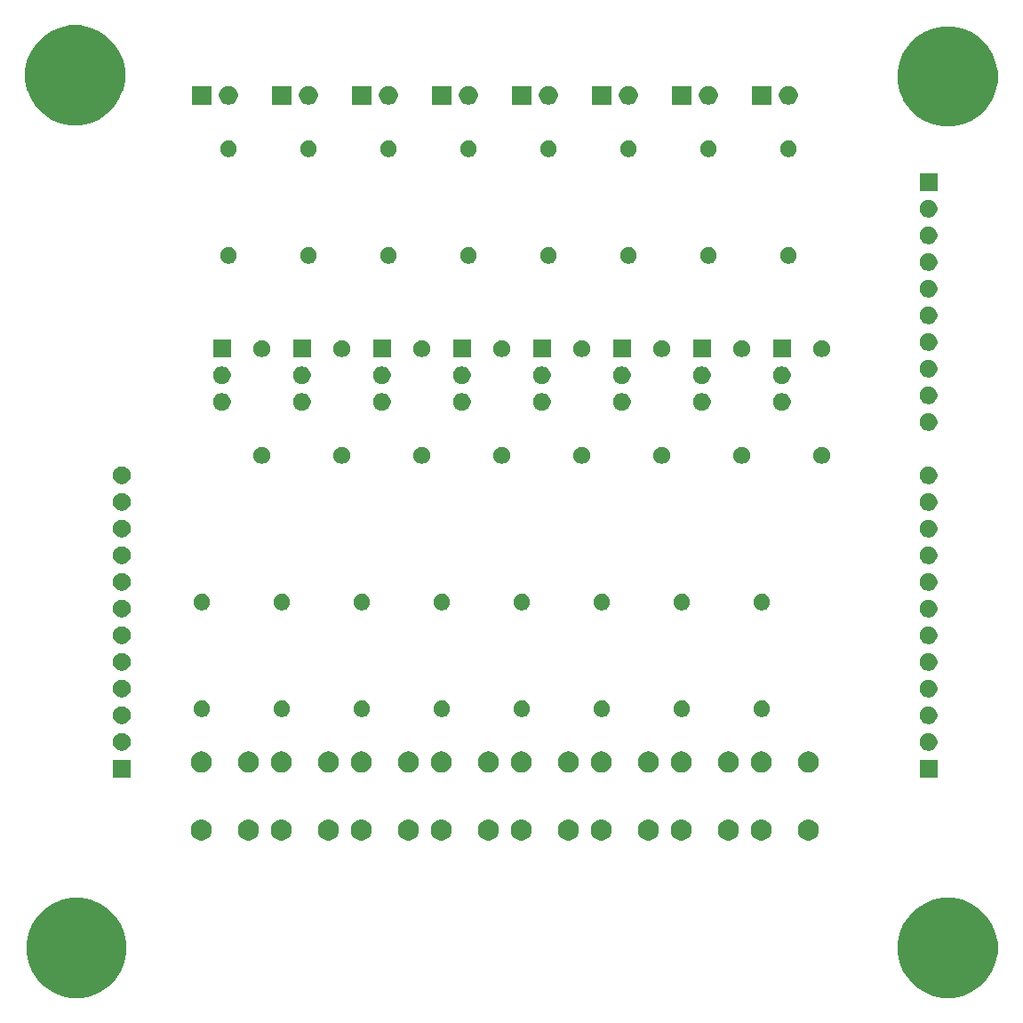
<source format=gbr>
G04 #@! TF.GenerationSoftware,KiCad,Pcbnew,(5.1.5)-3*
G04 #@! TF.CreationDate,2020-08-02T18:44:06-04:00*
G04 #@! TF.ProjectId,LEDS-SWITCHES,4c454453-2d53-4574-9954-434845532e6b,2*
G04 #@! TF.SameCoordinates,Original*
G04 #@! TF.FileFunction,Soldermask,Top*
G04 #@! TF.FilePolarity,Negative*
%FSLAX46Y46*%
G04 Gerber Fmt 4.6, Leading zero omitted, Abs format (unit mm)*
G04 Created by KiCad (PCBNEW (5.1.5)-3) date 2020-08-02 18:44:06*
%MOMM*%
%LPD*%
G04 APERTURE LIST*
%ADD10C,0.150000*%
G04 APERTURE END LIST*
D10*
G36*
X100389169Y-94420519D02*
G01*
X101255888Y-94779526D01*
X101255890Y-94779527D01*
X102035917Y-95300724D01*
X102699276Y-95964083D01*
X103220473Y-96744110D01*
X103220474Y-96744112D01*
X103579481Y-97610831D01*
X103762500Y-98530933D01*
X103762500Y-99469067D01*
X103579481Y-100389169D01*
X103220474Y-101255888D01*
X103220473Y-101255890D01*
X102699276Y-102035917D01*
X102035917Y-102699276D01*
X101255890Y-103220473D01*
X101255889Y-103220474D01*
X101255888Y-103220474D01*
X100389169Y-103579481D01*
X99469067Y-103762500D01*
X98530933Y-103762500D01*
X97610831Y-103579481D01*
X96744112Y-103220474D01*
X96744111Y-103220474D01*
X96744110Y-103220473D01*
X95964083Y-102699276D01*
X95300724Y-102035917D01*
X94779527Y-101255890D01*
X94779526Y-101255888D01*
X94420519Y-100389169D01*
X94237500Y-99469067D01*
X94237500Y-98530933D01*
X94420519Y-97610831D01*
X94779526Y-96744112D01*
X94779527Y-96744110D01*
X95300724Y-95964083D01*
X95964083Y-95300724D01*
X96744110Y-94779527D01*
X96744112Y-94779526D01*
X97610831Y-94420519D01*
X98530933Y-94237500D01*
X99469067Y-94237500D01*
X100389169Y-94420519D01*
G37*
G36*
X17389169Y-94420519D02*
G01*
X18255888Y-94779526D01*
X18255890Y-94779527D01*
X19035917Y-95300724D01*
X19699276Y-95964083D01*
X20220473Y-96744110D01*
X20220474Y-96744112D01*
X20579481Y-97610831D01*
X20762500Y-98530933D01*
X20762500Y-99469067D01*
X20579481Y-100389169D01*
X20220474Y-101255888D01*
X20220473Y-101255890D01*
X19699276Y-102035917D01*
X19035917Y-102699276D01*
X18255890Y-103220473D01*
X18255889Y-103220474D01*
X18255888Y-103220474D01*
X17389169Y-103579481D01*
X16469067Y-103762500D01*
X15530933Y-103762500D01*
X14610831Y-103579481D01*
X13744112Y-103220474D01*
X13744111Y-103220474D01*
X13744110Y-103220473D01*
X12964083Y-102699276D01*
X12300724Y-102035917D01*
X11779527Y-101255890D01*
X11779526Y-101255888D01*
X11420519Y-100389169D01*
X11237500Y-99469067D01*
X11237500Y-98530933D01*
X11420519Y-97610831D01*
X11779526Y-96744112D01*
X11779527Y-96744110D01*
X12300724Y-95964083D01*
X12964083Y-95300724D01*
X13744110Y-94779527D01*
X13744112Y-94779526D01*
X14610831Y-94420519D01*
X15530933Y-94237500D01*
X16469067Y-94237500D01*
X17389169Y-94420519D01*
G37*
G36*
X81452290Y-86805619D02*
G01*
X81516689Y-86818429D01*
X81698678Y-86893811D01*
X81862463Y-87003249D01*
X82001751Y-87142537D01*
X82111189Y-87306322D01*
X82186571Y-87488311D01*
X82225000Y-87681509D01*
X82225000Y-87878491D01*
X82186571Y-88071689D01*
X82111189Y-88253678D01*
X82001751Y-88417463D01*
X81862463Y-88556751D01*
X81698678Y-88666189D01*
X81516689Y-88741571D01*
X81452290Y-88754381D01*
X81323493Y-88780000D01*
X81126507Y-88780000D01*
X80997710Y-88754381D01*
X80933311Y-88741571D01*
X80751322Y-88666189D01*
X80587537Y-88556751D01*
X80448249Y-88417463D01*
X80338811Y-88253678D01*
X80263429Y-88071689D01*
X80225000Y-87878491D01*
X80225000Y-87681509D01*
X80263429Y-87488311D01*
X80338811Y-87306322D01*
X80448249Y-87142537D01*
X80587537Y-87003249D01*
X80751322Y-86893811D01*
X80933311Y-86818429D01*
X80997710Y-86805619D01*
X81126507Y-86780000D01*
X81323493Y-86780000D01*
X81452290Y-86805619D01*
G37*
G36*
X50972290Y-86805619D02*
G01*
X51036689Y-86818429D01*
X51218678Y-86893811D01*
X51382463Y-87003249D01*
X51521751Y-87142537D01*
X51631189Y-87306322D01*
X51706571Y-87488311D01*
X51745000Y-87681509D01*
X51745000Y-87878491D01*
X51706571Y-88071689D01*
X51631189Y-88253678D01*
X51521751Y-88417463D01*
X51382463Y-88556751D01*
X51218678Y-88666189D01*
X51036689Y-88741571D01*
X50972290Y-88754381D01*
X50843493Y-88780000D01*
X50646507Y-88780000D01*
X50517710Y-88754381D01*
X50453311Y-88741571D01*
X50271322Y-88666189D01*
X50107537Y-88556751D01*
X49968249Y-88417463D01*
X49858811Y-88253678D01*
X49783429Y-88071689D01*
X49745000Y-87878491D01*
X49745000Y-87681509D01*
X49783429Y-87488311D01*
X49858811Y-87306322D01*
X49968249Y-87142537D01*
X50107537Y-87003249D01*
X50271322Y-86893811D01*
X50453311Y-86818429D01*
X50517710Y-86805619D01*
X50646507Y-86780000D01*
X50843493Y-86780000D01*
X50972290Y-86805619D01*
G37*
G36*
X28112290Y-86805619D02*
G01*
X28176689Y-86818429D01*
X28358678Y-86893811D01*
X28522463Y-87003249D01*
X28661751Y-87142537D01*
X28771189Y-87306322D01*
X28846571Y-87488311D01*
X28885000Y-87681509D01*
X28885000Y-87878491D01*
X28846571Y-88071689D01*
X28771189Y-88253678D01*
X28661751Y-88417463D01*
X28522463Y-88556751D01*
X28358678Y-88666189D01*
X28176689Y-88741571D01*
X28112290Y-88754381D01*
X27983493Y-88780000D01*
X27786507Y-88780000D01*
X27657710Y-88754381D01*
X27593311Y-88741571D01*
X27411322Y-88666189D01*
X27247537Y-88556751D01*
X27108249Y-88417463D01*
X26998811Y-88253678D01*
X26923429Y-88071689D01*
X26885000Y-87878491D01*
X26885000Y-87681509D01*
X26923429Y-87488311D01*
X26998811Y-87306322D01*
X27108249Y-87142537D01*
X27247537Y-87003249D01*
X27411322Y-86893811D01*
X27593311Y-86818429D01*
X27657710Y-86805619D01*
X27786507Y-86780000D01*
X27983493Y-86780000D01*
X28112290Y-86805619D01*
G37*
G36*
X32612290Y-86805619D02*
G01*
X32676689Y-86818429D01*
X32858678Y-86893811D01*
X33022463Y-87003249D01*
X33161751Y-87142537D01*
X33271189Y-87306322D01*
X33346571Y-87488311D01*
X33385000Y-87681509D01*
X33385000Y-87878491D01*
X33346571Y-88071689D01*
X33271189Y-88253678D01*
X33161751Y-88417463D01*
X33022463Y-88556751D01*
X32858678Y-88666189D01*
X32676689Y-88741571D01*
X32612290Y-88754381D01*
X32483493Y-88780000D01*
X32286507Y-88780000D01*
X32157710Y-88754381D01*
X32093311Y-88741571D01*
X31911322Y-88666189D01*
X31747537Y-88556751D01*
X31608249Y-88417463D01*
X31498811Y-88253678D01*
X31423429Y-88071689D01*
X31385000Y-87878491D01*
X31385000Y-87681509D01*
X31423429Y-87488311D01*
X31498811Y-87306322D01*
X31608249Y-87142537D01*
X31747537Y-87003249D01*
X31911322Y-86893811D01*
X32093311Y-86818429D01*
X32157710Y-86805619D01*
X32286507Y-86780000D01*
X32483493Y-86780000D01*
X32612290Y-86805619D01*
G37*
G36*
X40232290Y-86805619D02*
G01*
X40296689Y-86818429D01*
X40478678Y-86893811D01*
X40642463Y-87003249D01*
X40781751Y-87142537D01*
X40891189Y-87306322D01*
X40966571Y-87488311D01*
X41005000Y-87681509D01*
X41005000Y-87878491D01*
X40966571Y-88071689D01*
X40891189Y-88253678D01*
X40781751Y-88417463D01*
X40642463Y-88556751D01*
X40478678Y-88666189D01*
X40296689Y-88741571D01*
X40232290Y-88754381D01*
X40103493Y-88780000D01*
X39906507Y-88780000D01*
X39777710Y-88754381D01*
X39713311Y-88741571D01*
X39531322Y-88666189D01*
X39367537Y-88556751D01*
X39228249Y-88417463D01*
X39118811Y-88253678D01*
X39043429Y-88071689D01*
X39005000Y-87878491D01*
X39005000Y-87681509D01*
X39043429Y-87488311D01*
X39118811Y-87306322D01*
X39228249Y-87142537D01*
X39367537Y-87003249D01*
X39531322Y-86893811D01*
X39713311Y-86818429D01*
X39777710Y-86805619D01*
X39906507Y-86780000D01*
X40103493Y-86780000D01*
X40232290Y-86805619D01*
G37*
G36*
X35732290Y-86805619D02*
G01*
X35796689Y-86818429D01*
X35978678Y-86893811D01*
X36142463Y-87003249D01*
X36281751Y-87142537D01*
X36391189Y-87306322D01*
X36466571Y-87488311D01*
X36505000Y-87681509D01*
X36505000Y-87878491D01*
X36466571Y-88071689D01*
X36391189Y-88253678D01*
X36281751Y-88417463D01*
X36142463Y-88556751D01*
X35978678Y-88666189D01*
X35796689Y-88741571D01*
X35732290Y-88754381D01*
X35603493Y-88780000D01*
X35406507Y-88780000D01*
X35277710Y-88754381D01*
X35213311Y-88741571D01*
X35031322Y-88666189D01*
X34867537Y-88556751D01*
X34728249Y-88417463D01*
X34618811Y-88253678D01*
X34543429Y-88071689D01*
X34505000Y-87878491D01*
X34505000Y-87681509D01*
X34543429Y-87488311D01*
X34618811Y-87306322D01*
X34728249Y-87142537D01*
X34867537Y-87003249D01*
X35031322Y-86893811D01*
X35213311Y-86818429D01*
X35277710Y-86805619D01*
X35406507Y-86780000D01*
X35603493Y-86780000D01*
X35732290Y-86805619D01*
G37*
G36*
X43352290Y-86805619D02*
G01*
X43416689Y-86818429D01*
X43598678Y-86893811D01*
X43762463Y-87003249D01*
X43901751Y-87142537D01*
X44011189Y-87306322D01*
X44086571Y-87488311D01*
X44125000Y-87681509D01*
X44125000Y-87878491D01*
X44086571Y-88071689D01*
X44011189Y-88253678D01*
X43901751Y-88417463D01*
X43762463Y-88556751D01*
X43598678Y-88666189D01*
X43416689Y-88741571D01*
X43352290Y-88754381D01*
X43223493Y-88780000D01*
X43026507Y-88780000D01*
X42897710Y-88754381D01*
X42833311Y-88741571D01*
X42651322Y-88666189D01*
X42487537Y-88556751D01*
X42348249Y-88417463D01*
X42238811Y-88253678D01*
X42163429Y-88071689D01*
X42125000Y-87878491D01*
X42125000Y-87681509D01*
X42163429Y-87488311D01*
X42238811Y-87306322D01*
X42348249Y-87142537D01*
X42487537Y-87003249D01*
X42651322Y-86893811D01*
X42833311Y-86818429D01*
X42897710Y-86805619D01*
X43026507Y-86780000D01*
X43223493Y-86780000D01*
X43352290Y-86805619D01*
G37*
G36*
X47852290Y-86805619D02*
G01*
X47916689Y-86818429D01*
X48098678Y-86893811D01*
X48262463Y-87003249D01*
X48401751Y-87142537D01*
X48511189Y-87306322D01*
X48586571Y-87488311D01*
X48625000Y-87681509D01*
X48625000Y-87878491D01*
X48586571Y-88071689D01*
X48511189Y-88253678D01*
X48401751Y-88417463D01*
X48262463Y-88556751D01*
X48098678Y-88666189D01*
X47916689Y-88741571D01*
X47852290Y-88754381D01*
X47723493Y-88780000D01*
X47526507Y-88780000D01*
X47397710Y-88754381D01*
X47333311Y-88741571D01*
X47151322Y-88666189D01*
X46987537Y-88556751D01*
X46848249Y-88417463D01*
X46738811Y-88253678D01*
X46663429Y-88071689D01*
X46625000Y-87878491D01*
X46625000Y-87681509D01*
X46663429Y-87488311D01*
X46738811Y-87306322D01*
X46848249Y-87142537D01*
X46987537Y-87003249D01*
X47151322Y-86893811D01*
X47333311Y-86818429D01*
X47397710Y-86805619D01*
X47526507Y-86780000D01*
X47723493Y-86780000D01*
X47852290Y-86805619D01*
G37*
G36*
X55472290Y-86805619D02*
G01*
X55536689Y-86818429D01*
X55718678Y-86893811D01*
X55882463Y-87003249D01*
X56021751Y-87142537D01*
X56131189Y-87306322D01*
X56206571Y-87488311D01*
X56245000Y-87681509D01*
X56245000Y-87878491D01*
X56206571Y-88071689D01*
X56131189Y-88253678D01*
X56021751Y-88417463D01*
X55882463Y-88556751D01*
X55718678Y-88666189D01*
X55536689Y-88741571D01*
X55472290Y-88754381D01*
X55343493Y-88780000D01*
X55146507Y-88780000D01*
X55017710Y-88754381D01*
X54953311Y-88741571D01*
X54771322Y-88666189D01*
X54607537Y-88556751D01*
X54468249Y-88417463D01*
X54358811Y-88253678D01*
X54283429Y-88071689D01*
X54245000Y-87878491D01*
X54245000Y-87681509D01*
X54283429Y-87488311D01*
X54358811Y-87306322D01*
X54468249Y-87142537D01*
X54607537Y-87003249D01*
X54771322Y-86893811D01*
X54953311Y-86818429D01*
X55017710Y-86805619D01*
X55146507Y-86780000D01*
X55343493Y-86780000D01*
X55472290Y-86805619D01*
G37*
G36*
X63092290Y-86805619D02*
G01*
X63156689Y-86818429D01*
X63338678Y-86893811D01*
X63502463Y-87003249D01*
X63641751Y-87142537D01*
X63751189Y-87306322D01*
X63826571Y-87488311D01*
X63865000Y-87681509D01*
X63865000Y-87878491D01*
X63826571Y-88071689D01*
X63751189Y-88253678D01*
X63641751Y-88417463D01*
X63502463Y-88556751D01*
X63338678Y-88666189D01*
X63156689Y-88741571D01*
X63092290Y-88754381D01*
X62963493Y-88780000D01*
X62766507Y-88780000D01*
X62637710Y-88754381D01*
X62573311Y-88741571D01*
X62391322Y-88666189D01*
X62227537Y-88556751D01*
X62088249Y-88417463D01*
X61978811Y-88253678D01*
X61903429Y-88071689D01*
X61865000Y-87878491D01*
X61865000Y-87681509D01*
X61903429Y-87488311D01*
X61978811Y-87306322D01*
X62088249Y-87142537D01*
X62227537Y-87003249D01*
X62391322Y-86893811D01*
X62573311Y-86818429D01*
X62637710Y-86805619D01*
X62766507Y-86780000D01*
X62963493Y-86780000D01*
X63092290Y-86805619D01*
G37*
G36*
X70712290Y-86805619D02*
G01*
X70776689Y-86818429D01*
X70958678Y-86893811D01*
X71122463Y-87003249D01*
X71261751Y-87142537D01*
X71371189Y-87306322D01*
X71446571Y-87488311D01*
X71485000Y-87681509D01*
X71485000Y-87878491D01*
X71446571Y-88071689D01*
X71371189Y-88253678D01*
X71261751Y-88417463D01*
X71122463Y-88556751D01*
X70958678Y-88666189D01*
X70776689Y-88741571D01*
X70712290Y-88754381D01*
X70583493Y-88780000D01*
X70386507Y-88780000D01*
X70257710Y-88754381D01*
X70193311Y-88741571D01*
X70011322Y-88666189D01*
X69847537Y-88556751D01*
X69708249Y-88417463D01*
X69598811Y-88253678D01*
X69523429Y-88071689D01*
X69485000Y-87878491D01*
X69485000Y-87681509D01*
X69523429Y-87488311D01*
X69598811Y-87306322D01*
X69708249Y-87142537D01*
X69847537Y-87003249D01*
X70011322Y-86893811D01*
X70193311Y-86818429D01*
X70257710Y-86805619D01*
X70386507Y-86780000D01*
X70583493Y-86780000D01*
X70712290Y-86805619D01*
G37*
G36*
X66212290Y-86805619D02*
G01*
X66276689Y-86818429D01*
X66458678Y-86893811D01*
X66622463Y-87003249D01*
X66761751Y-87142537D01*
X66871189Y-87306322D01*
X66946571Y-87488311D01*
X66985000Y-87681509D01*
X66985000Y-87878491D01*
X66946571Y-88071689D01*
X66871189Y-88253678D01*
X66761751Y-88417463D01*
X66622463Y-88556751D01*
X66458678Y-88666189D01*
X66276689Y-88741571D01*
X66212290Y-88754381D01*
X66083493Y-88780000D01*
X65886507Y-88780000D01*
X65757710Y-88754381D01*
X65693311Y-88741571D01*
X65511322Y-88666189D01*
X65347537Y-88556751D01*
X65208249Y-88417463D01*
X65098811Y-88253678D01*
X65023429Y-88071689D01*
X64985000Y-87878491D01*
X64985000Y-87681509D01*
X65023429Y-87488311D01*
X65098811Y-87306322D01*
X65208249Y-87142537D01*
X65347537Y-87003249D01*
X65511322Y-86893811D01*
X65693311Y-86818429D01*
X65757710Y-86805619D01*
X65886507Y-86780000D01*
X66083493Y-86780000D01*
X66212290Y-86805619D01*
G37*
G36*
X73832290Y-86805619D02*
G01*
X73896689Y-86818429D01*
X74078678Y-86893811D01*
X74242463Y-87003249D01*
X74381751Y-87142537D01*
X74491189Y-87306322D01*
X74566571Y-87488311D01*
X74605000Y-87681509D01*
X74605000Y-87878491D01*
X74566571Y-88071689D01*
X74491189Y-88253678D01*
X74381751Y-88417463D01*
X74242463Y-88556751D01*
X74078678Y-88666189D01*
X73896689Y-88741571D01*
X73832290Y-88754381D01*
X73703493Y-88780000D01*
X73506507Y-88780000D01*
X73377710Y-88754381D01*
X73313311Y-88741571D01*
X73131322Y-88666189D01*
X72967537Y-88556751D01*
X72828249Y-88417463D01*
X72718811Y-88253678D01*
X72643429Y-88071689D01*
X72605000Y-87878491D01*
X72605000Y-87681509D01*
X72643429Y-87488311D01*
X72718811Y-87306322D01*
X72828249Y-87142537D01*
X72967537Y-87003249D01*
X73131322Y-86893811D01*
X73313311Y-86818429D01*
X73377710Y-86805619D01*
X73506507Y-86780000D01*
X73703493Y-86780000D01*
X73832290Y-86805619D01*
G37*
G36*
X78332290Y-86805619D02*
G01*
X78396689Y-86818429D01*
X78578678Y-86893811D01*
X78742463Y-87003249D01*
X78881751Y-87142537D01*
X78991189Y-87306322D01*
X79066571Y-87488311D01*
X79105000Y-87681509D01*
X79105000Y-87878491D01*
X79066571Y-88071689D01*
X78991189Y-88253678D01*
X78881751Y-88417463D01*
X78742463Y-88556751D01*
X78578678Y-88666189D01*
X78396689Y-88741571D01*
X78332290Y-88754381D01*
X78203493Y-88780000D01*
X78006507Y-88780000D01*
X77877710Y-88754381D01*
X77813311Y-88741571D01*
X77631322Y-88666189D01*
X77467537Y-88556751D01*
X77328249Y-88417463D01*
X77218811Y-88253678D01*
X77143429Y-88071689D01*
X77105000Y-87878491D01*
X77105000Y-87681509D01*
X77143429Y-87488311D01*
X77218811Y-87306322D01*
X77328249Y-87142537D01*
X77467537Y-87003249D01*
X77631322Y-86893811D01*
X77813311Y-86818429D01*
X77877710Y-86805619D01*
X78006507Y-86780000D01*
X78203493Y-86780000D01*
X78332290Y-86805619D01*
G37*
G36*
X85952290Y-86805619D02*
G01*
X86016689Y-86818429D01*
X86198678Y-86893811D01*
X86362463Y-87003249D01*
X86501751Y-87142537D01*
X86611189Y-87306322D01*
X86686571Y-87488311D01*
X86725000Y-87681509D01*
X86725000Y-87878491D01*
X86686571Y-88071689D01*
X86611189Y-88253678D01*
X86501751Y-88417463D01*
X86362463Y-88556751D01*
X86198678Y-88666189D01*
X86016689Y-88741571D01*
X85952290Y-88754381D01*
X85823493Y-88780000D01*
X85626507Y-88780000D01*
X85497710Y-88754381D01*
X85433311Y-88741571D01*
X85251322Y-88666189D01*
X85087537Y-88556751D01*
X84948249Y-88417463D01*
X84838811Y-88253678D01*
X84763429Y-88071689D01*
X84725000Y-87878491D01*
X84725000Y-87681509D01*
X84763429Y-87488311D01*
X84838811Y-87306322D01*
X84948249Y-87142537D01*
X85087537Y-87003249D01*
X85251322Y-86893811D01*
X85433311Y-86818429D01*
X85497710Y-86805619D01*
X85626507Y-86780000D01*
X85823493Y-86780000D01*
X85952290Y-86805619D01*
G37*
G36*
X58592290Y-86805619D02*
G01*
X58656689Y-86818429D01*
X58838678Y-86893811D01*
X59002463Y-87003249D01*
X59141751Y-87142537D01*
X59251189Y-87306322D01*
X59326571Y-87488311D01*
X59365000Y-87681509D01*
X59365000Y-87878491D01*
X59326571Y-88071689D01*
X59251189Y-88253678D01*
X59141751Y-88417463D01*
X59002463Y-88556751D01*
X58838678Y-88666189D01*
X58656689Y-88741571D01*
X58592290Y-88754381D01*
X58463493Y-88780000D01*
X58266507Y-88780000D01*
X58137710Y-88754381D01*
X58073311Y-88741571D01*
X57891322Y-88666189D01*
X57727537Y-88556751D01*
X57588249Y-88417463D01*
X57478811Y-88253678D01*
X57403429Y-88071689D01*
X57365000Y-87878491D01*
X57365000Y-87681509D01*
X57403429Y-87488311D01*
X57478811Y-87306322D01*
X57588249Y-87142537D01*
X57727537Y-87003249D01*
X57891322Y-86893811D01*
X58073311Y-86818429D01*
X58137710Y-86805619D01*
X58266507Y-86780000D01*
X58463493Y-86780000D01*
X58592290Y-86805619D01*
G37*
G36*
X21170000Y-82765000D02*
G01*
X19470000Y-82765000D01*
X19470000Y-81065000D01*
X21170000Y-81065000D01*
X21170000Y-82765000D01*
G37*
G36*
X98005000Y-82765000D02*
G01*
X96305000Y-82765000D01*
X96305000Y-81065000D01*
X98005000Y-81065000D01*
X98005000Y-82765000D01*
G37*
G36*
X35732290Y-80305619D02*
G01*
X35796689Y-80318429D01*
X35978678Y-80393811D01*
X36142463Y-80503249D01*
X36281751Y-80642537D01*
X36391189Y-80806322D01*
X36466571Y-80988311D01*
X36505000Y-81181509D01*
X36505000Y-81378491D01*
X36466571Y-81571689D01*
X36391189Y-81753678D01*
X36281751Y-81917463D01*
X36142463Y-82056751D01*
X35978678Y-82166189D01*
X35796689Y-82241571D01*
X35732290Y-82254381D01*
X35603493Y-82280000D01*
X35406507Y-82280000D01*
X35277710Y-82254381D01*
X35213311Y-82241571D01*
X35031322Y-82166189D01*
X34867537Y-82056751D01*
X34728249Y-81917463D01*
X34618811Y-81753678D01*
X34543429Y-81571689D01*
X34505000Y-81378491D01*
X34505000Y-81181509D01*
X34543429Y-80988311D01*
X34618811Y-80806322D01*
X34728249Y-80642537D01*
X34867537Y-80503249D01*
X35031322Y-80393811D01*
X35213311Y-80318429D01*
X35277710Y-80305619D01*
X35406507Y-80280000D01*
X35603493Y-80280000D01*
X35732290Y-80305619D01*
G37*
G36*
X63092290Y-80305619D02*
G01*
X63156689Y-80318429D01*
X63338678Y-80393811D01*
X63502463Y-80503249D01*
X63641751Y-80642537D01*
X63751189Y-80806322D01*
X63826571Y-80988311D01*
X63865000Y-81181509D01*
X63865000Y-81378491D01*
X63826571Y-81571689D01*
X63751189Y-81753678D01*
X63641751Y-81917463D01*
X63502463Y-82056751D01*
X63338678Y-82166189D01*
X63156689Y-82241571D01*
X63092290Y-82254381D01*
X62963493Y-82280000D01*
X62766507Y-82280000D01*
X62637710Y-82254381D01*
X62573311Y-82241571D01*
X62391322Y-82166189D01*
X62227537Y-82056751D01*
X62088249Y-81917463D01*
X61978811Y-81753678D01*
X61903429Y-81571689D01*
X61865000Y-81378491D01*
X61865000Y-81181509D01*
X61903429Y-80988311D01*
X61978811Y-80806322D01*
X62088249Y-80642537D01*
X62227537Y-80503249D01*
X62391322Y-80393811D01*
X62573311Y-80318429D01*
X62637710Y-80305619D01*
X62766507Y-80280000D01*
X62963493Y-80280000D01*
X63092290Y-80305619D01*
G37*
G36*
X58592290Y-80305619D02*
G01*
X58656689Y-80318429D01*
X58838678Y-80393811D01*
X59002463Y-80503249D01*
X59141751Y-80642537D01*
X59251189Y-80806322D01*
X59326571Y-80988311D01*
X59365000Y-81181509D01*
X59365000Y-81378491D01*
X59326571Y-81571689D01*
X59251189Y-81753678D01*
X59141751Y-81917463D01*
X59002463Y-82056751D01*
X58838678Y-82166189D01*
X58656689Y-82241571D01*
X58592290Y-82254381D01*
X58463493Y-82280000D01*
X58266507Y-82280000D01*
X58137710Y-82254381D01*
X58073311Y-82241571D01*
X57891322Y-82166189D01*
X57727537Y-82056751D01*
X57588249Y-81917463D01*
X57478811Y-81753678D01*
X57403429Y-81571689D01*
X57365000Y-81378491D01*
X57365000Y-81181509D01*
X57403429Y-80988311D01*
X57478811Y-80806322D01*
X57588249Y-80642537D01*
X57727537Y-80503249D01*
X57891322Y-80393811D01*
X58073311Y-80318429D01*
X58137710Y-80305619D01*
X58266507Y-80280000D01*
X58463493Y-80280000D01*
X58592290Y-80305619D01*
G37*
G36*
X50972290Y-80305619D02*
G01*
X51036689Y-80318429D01*
X51218678Y-80393811D01*
X51382463Y-80503249D01*
X51521751Y-80642537D01*
X51631189Y-80806322D01*
X51706571Y-80988311D01*
X51745000Y-81181509D01*
X51745000Y-81378491D01*
X51706571Y-81571689D01*
X51631189Y-81753678D01*
X51521751Y-81917463D01*
X51382463Y-82056751D01*
X51218678Y-82166189D01*
X51036689Y-82241571D01*
X50972290Y-82254381D01*
X50843493Y-82280000D01*
X50646507Y-82280000D01*
X50517710Y-82254381D01*
X50453311Y-82241571D01*
X50271322Y-82166189D01*
X50107537Y-82056751D01*
X49968249Y-81917463D01*
X49858811Y-81753678D01*
X49783429Y-81571689D01*
X49745000Y-81378491D01*
X49745000Y-81181509D01*
X49783429Y-80988311D01*
X49858811Y-80806322D01*
X49968249Y-80642537D01*
X50107537Y-80503249D01*
X50271322Y-80393811D01*
X50453311Y-80318429D01*
X50517710Y-80305619D01*
X50646507Y-80280000D01*
X50843493Y-80280000D01*
X50972290Y-80305619D01*
G37*
G36*
X55472290Y-80305619D02*
G01*
X55536689Y-80318429D01*
X55718678Y-80393811D01*
X55882463Y-80503249D01*
X56021751Y-80642537D01*
X56131189Y-80806322D01*
X56206571Y-80988311D01*
X56245000Y-81181509D01*
X56245000Y-81378491D01*
X56206571Y-81571689D01*
X56131189Y-81753678D01*
X56021751Y-81917463D01*
X55882463Y-82056751D01*
X55718678Y-82166189D01*
X55536689Y-82241571D01*
X55472290Y-82254381D01*
X55343493Y-82280000D01*
X55146507Y-82280000D01*
X55017710Y-82254381D01*
X54953311Y-82241571D01*
X54771322Y-82166189D01*
X54607537Y-82056751D01*
X54468249Y-81917463D01*
X54358811Y-81753678D01*
X54283429Y-81571689D01*
X54245000Y-81378491D01*
X54245000Y-81181509D01*
X54283429Y-80988311D01*
X54358811Y-80806322D01*
X54468249Y-80642537D01*
X54607537Y-80503249D01*
X54771322Y-80393811D01*
X54953311Y-80318429D01*
X55017710Y-80305619D01*
X55146507Y-80280000D01*
X55343493Y-80280000D01*
X55472290Y-80305619D01*
G37*
G36*
X70712290Y-80305619D02*
G01*
X70776689Y-80318429D01*
X70958678Y-80393811D01*
X71122463Y-80503249D01*
X71261751Y-80642537D01*
X71371189Y-80806322D01*
X71446571Y-80988311D01*
X71485000Y-81181509D01*
X71485000Y-81378491D01*
X71446571Y-81571689D01*
X71371189Y-81753678D01*
X71261751Y-81917463D01*
X71122463Y-82056751D01*
X70958678Y-82166189D01*
X70776689Y-82241571D01*
X70712290Y-82254381D01*
X70583493Y-82280000D01*
X70386507Y-82280000D01*
X70257710Y-82254381D01*
X70193311Y-82241571D01*
X70011322Y-82166189D01*
X69847537Y-82056751D01*
X69708249Y-81917463D01*
X69598811Y-81753678D01*
X69523429Y-81571689D01*
X69485000Y-81378491D01*
X69485000Y-81181509D01*
X69523429Y-80988311D01*
X69598811Y-80806322D01*
X69708249Y-80642537D01*
X69847537Y-80503249D01*
X70011322Y-80393811D01*
X70193311Y-80318429D01*
X70257710Y-80305619D01*
X70386507Y-80280000D01*
X70583493Y-80280000D01*
X70712290Y-80305619D01*
G37*
G36*
X66212290Y-80305619D02*
G01*
X66276689Y-80318429D01*
X66458678Y-80393811D01*
X66622463Y-80503249D01*
X66761751Y-80642537D01*
X66871189Y-80806322D01*
X66946571Y-80988311D01*
X66985000Y-81181509D01*
X66985000Y-81378491D01*
X66946571Y-81571689D01*
X66871189Y-81753678D01*
X66761751Y-81917463D01*
X66622463Y-82056751D01*
X66458678Y-82166189D01*
X66276689Y-82241571D01*
X66212290Y-82254381D01*
X66083493Y-82280000D01*
X65886507Y-82280000D01*
X65757710Y-82254381D01*
X65693311Y-82241571D01*
X65511322Y-82166189D01*
X65347537Y-82056751D01*
X65208249Y-81917463D01*
X65098811Y-81753678D01*
X65023429Y-81571689D01*
X64985000Y-81378491D01*
X64985000Y-81181509D01*
X65023429Y-80988311D01*
X65098811Y-80806322D01*
X65208249Y-80642537D01*
X65347537Y-80503249D01*
X65511322Y-80393811D01*
X65693311Y-80318429D01*
X65757710Y-80305619D01*
X65886507Y-80280000D01*
X66083493Y-80280000D01*
X66212290Y-80305619D01*
G37*
G36*
X47852290Y-80305619D02*
G01*
X47916689Y-80318429D01*
X48098678Y-80393811D01*
X48262463Y-80503249D01*
X48401751Y-80642537D01*
X48511189Y-80806322D01*
X48586571Y-80988311D01*
X48625000Y-81181509D01*
X48625000Y-81378491D01*
X48586571Y-81571689D01*
X48511189Y-81753678D01*
X48401751Y-81917463D01*
X48262463Y-82056751D01*
X48098678Y-82166189D01*
X47916689Y-82241571D01*
X47852290Y-82254381D01*
X47723493Y-82280000D01*
X47526507Y-82280000D01*
X47397710Y-82254381D01*
X47333311Y-82241571D01*
X47151322Y-82166189D01*
X46987537Y-82056751D01*
X46848249Y-81917463D01*
X46738811Y-81753678D01*
X46663429Y-81571689D01*
X46625000Y-81378491D01*
X46625000Y-81181509D01*
X46663429Y-80988311D01*
X46738811Y-80806322D01*
X46848249Y-80642537D01*
X46987537Y-80503249D01*
X47151322Y-80393811D01*
X47333311Y-80318429D01*
X47397710Y-80305619D01*
X47526507Y-80280000D01*
X47723493Y-80280000D01*
X47852290Y-80305619D01*
G37*
G36*
X43352290Y-80305619D02*
G01*
X43416689Y-80318429D01*
X43598678Y-80393811D01*
X43762463Y-80503249D01*
X43901751Y-80642537D01*
X44011189Y-80806322D01*
X44086571Y-80988311D01*
X44125000Y-81181509D01*
X44125000Y-81378491D01*
X44086571Y-81571689D01*
X44011189Y-81753678D01*
X43901751Y-81917463D01*
X43762463Y-82056751D01*
X43598678Y-82166189D01*
X43416689Y-82241571D01*
X43352290Y-82254381D01*
X43223493Y-82280000D01*
X43026507Y-82280000D01*
X42897710Y-82254381D01*
X42833311Y-82241571D01*
X42651322Y-82166189D01*
X42487537Y-82056751D01*
X42348249Y-81917463D01*
X42238811Y-81753678D01*
X42163429Y-81571689D01*
X42125000Y-81378491D01*
X42125000Y-81181509D01*
X42163429Y-80988311D01*
X42238811Y-80806322D01*
X42348249Y-80642537D01*
X42487537Y-80503249D01*
X42651322Y-80393811D01*
X42833311Y-80318429D01*
X42897710Y-80305619D01*
X43026507Y-80280000D01*
X43223493Y-80280000D01*
X43352290Y-80305619D01*
G37*
G36*
X40232290Y-80305619D02*
G01*
X40296689Y-80318429D01*
X40478678Y-80393811D01*
X40642463Y-80503249D01*
X40781751Y-80642537D01*
X40891189Y-80806322D01*
X40966571Y-80988311D01*
X41005000Y-81181509D01*
X41005000Y-81378491D01*
X40966571Y-81571689D01*
X40891189Y-81753678D01*
X40781751Y-81917463D01*
X40642463Y-82056751D01*
X40478678Y-82166189D01*
X40296689Y-82241571D01*
X40232290Y-82254381D01*
X40103493Y-82280000D01*
X39906507Y-82280000D01*
X39777710Y-82254381D01*
X39713311Y-82241571D01*
X39531322Y-82166189D01*
X39367537Y-82056751D01*
X39228249Y-81917463D01*
X39118811Y-81753678D01*
X39043429Y-81571689D01*
X39005000Y-81378491D01*
X39005000Y-81181509D01*
X39043429Y-80988311D01*
X39118811Y-80806322D01*
X39228249Y-80642537D01*
X39367537Y-80503249D01*
X39531322Y-80393811D01*
X39713311Y-80318429D01*
X39777710Y-80305619D01*
X39906507Y-80280000D01*
X40103493Y-80280000D01*
X40232290Y-80305619D01*
G37*
G36*
X73832290Y-80305619D02*
G01*
X73896689Y-80318429D01*
X74078678Y-80393811D01*
X74242463Y-80503249D01*
X74381751Y-80642537D01*
X74491189Y-80806322D01*
X74566571Y-80988311D01*
X74605000Y-81181509D01*
X74605000Y-81378491D01*
X74566571Y-81571689D01*
X74491189Y-81753678D01*
X74381751Y-81917463D01*
X74242463Y-82056751D01*
X74078678Y-82166189D01*
X73896689Y-82241571D01*
X73832290Y-82254381D01*
X73703493Y-82280000D01*
X73506507Y-82280000D01*
X73377710Y-82254381D01*
X73313311Y-82241571D01*
X73131322Y-82166189D01*
X72967537Y-82056751D01*
X72828249Y-81917463D01*
X72718811Y-81753678D01*
X72643429Y-81571689D01*
X72605000Y-81378491D01*
X72605000Y-81181509D01*
X72643429Y-80988311D01*
X72718811Y-80806322D01*
X72828249Y-80642537D01*
X72967537Y-80503249D01*
X73131322Y-80393811D01*
X73313311Y-80318429D01*
X73377710Y-80305619D01*
X73506507Y-80280000D01*
X73703493Y-80280000D01*
X73832290Y-80305619D01*
G37*
G36*
X78332290Y-80305619D02*
G01*
X78396689Y-80318429D01*
X78578678Y-80393811D01*
X78742463Y-80503249D01*
X78881751Y-80642537D01*
X78991189Y-80806322D01*
X79066571Y-80988311D01*
X79105000Y-81181509D01*
X79105000Y-81378491D01*
X79066571Y-81571689D01*
X78991189Y-81753678D01*
X78881751Y-81917463D01*
X78742463Y-82056751D01*
X78578678Y-82166189D01*
X78396689Y-82241571D01*
X78332290Y-82254381D01*
X78203493Y-82280000D01*
X78006507Y-82280000D01*
X77877710Y-82254381D01*
X77813311Y-82241571D01*
X77631322Y-82166189D01*
X77467537Y-82056751D01*
X77328249Y-81917463D01*
X77218811Y-81753678D01*
X77143429Y-81571689D01*
X77105000Y-81378491D01*
X77105000Y-81181509D01*
X77143429Y-80988311D01*
X77218811Y-80806322D01*
X77328249Y-80642537D01*
X77467537Y-80503249D01*
X77631322Y-80393811D01*
X77813311Y-80318429D01*
X77877710Y-80305619D01*
X78006507Y-80280000D01*
X78203493Y-80280000D01*
X78332290Y-80305619D01*
G37*
G36*
X32612290Y-80305619D02*
G01*
X32676689Y-80318429D01*
X32858678Y-80393811D01*
X33022463Y-80503249D01*
X33161751Y-80642537D01*
X33271189Y-80806322D01*
X33346571Y-80988311D01*
X33385000Y-81181509D01*
X33385000Y-81378491D01*
X33346571Y-81571689D01*
X33271189Y-81753678D01*
X33161751Y-81917463D01*
X33022463Y-82056751D01*
X32858678Y-82166189D01*
X32676689Y-82241571D01*
X32612290Y-82254381D01*
X32483493Y-82280000D01*
X32286507Y-82280000D01*
X32157710Y-82254381D01*
X32093311Y-82241571D01*
X31911322Y-82166189D01*
X31747537Y-82056751D01*
X31608249Y-81917463D01*
X31498811Y-81753678D01*
X31423429Y-81571689D01*
X31385000Y-81378491D01*
X31385000Y-81181509D01*
X31423429Y-80988311D01*
X31498811Y-80806322D01*
X31608249Y-80642537D01*
X31747537Y-80503249D01*
X31911322Y-80393811D01*
X32093311Y-80318429D01*
X32157710Y-80305619D01*
X32286507Y-80280000D01*
X32483493Y-80280000D01*
X32612290Y-80305619D01*
G37*
G36*
X28112290Y-80305619D02*
G01*
X28176689Y-80318429D01*
X28358678Y-80393811D01*
X28522463Y-80503249D01*
X28661751Y-80642537D01*
X28771189Y-80806322D01*
X28846571Y-80988311D01*
X28885000Y-81181509D01*
X28885000Y-81378491D01*
X28846571Y-81571689D01*
X28771189Y-81753678D01*
X28661751Y-81917463D01*
X28522463Y-82056751D01*
X28358678Y-82166189D01*
X28176689Y-82241571D01*
X28112290Y-82254381D01*
X27983493Y-82280000D01*
X27786507Y-82280000D01*
X27657710Y-82254381D01*
X27593311Y-82241571D01*
X27411322Y-82166189D01*
X27247537Y-82056751D01*
X27108249Y-81917463D01*
X26998811Y-81753678D01*
X26923429Y-81571689D01*
X26885000Y-81378491D01*
X26885000Y-81181509D01*
X26923429Y-80988311D01*
X26998811Y-80806322D01*
X27108249Y-80642537D01*
X27247537Y-80503249D01*
X27411322Y-80393811D01*
X27593311Y-80318429D01*
X27657710Y-80305619D01*
X27786507Y-80280000D01*
X27983493Y-80280000D01*
X28112290Y-80305619D01*
G37*
G36*
X85952290Y-80305619D02*
G01*
X86016689Y-80318429D01*
X86198678Y-80393811D01*
X86362463Y-80503249D01*
X86501751Y-80642537D01*
X86611189Y-80806322D01*
X86686571Y-80988311D01*
X86725000Y-81181509D01*
X86725000Y-81378491D01*
X86686571Y-81571689D01*
X86611189Y-81753678D01*
X86501751Y-81917463D01*
X86362463Y-82056751D01*
X86198678Y-82166189D01*
X86016689Y-82241571D01*
X85952290Y-82254381D01*
X85823493Y-82280000D01*
X85626507Y-82280000D01*
X85497710Y-82254381D01*
X85433311Y-82241571D01*
X85251322Y-82166189D01*
X85087537Y-82056751D01*
X84948249Y-81917463D01*
X84838811Y-81753678D01*
X84763429Y-81571689D01*
X84725000Y-81378491D01*
X84725000Y-81181509D01*
X84763429Y-80988311D01*
X84838811Y-80806322D01*
X84948249Y-80642537D01*
X85087537Y-80503249D01*
X85251322Y-80393811D01*
X85433311Y-80318429D01*
X85497710Y-80305619D01*
X85626507Y-80280000D01*
X85823493Y-80280000D01*
X85952290Y-80305619D01*
G37*
G36*
X81452290Y-80305619D02*
G01*
X81516689Y-80318429D01*
X81698678Y-80393811D01*
X81862463Y-80503249D01*
X82001751Y-80642537D01*
X82111189Y-80806322D01*
X82186571Y-80988311D01*
X82225000Y-81181509D01*
X82225000Y-81378491D01*
X82186571Y-81571689D01*
X82111189Y-81753678D01*
X82001751Y-81917463D01*
X81862463Y-82056751D01*
X81698678Y-82166189D01*
X81516689Y-82241571D01*
X81452290Y-82254381D01*
X81323493Y-82280000D01*
X81126507Y-82280000D01*
X80997710Y-82254381D01*
X80933311Y-82241571D01*
X80751322Y-82166189D01*
X80587537Y-82056751D01*
X80448249Y-81917463D01*
X80338811Y-81753678D01*
X80263429Y-81571689D01*
X80225000Y-81378491D01*
X80225000Y-81181509D01*
X80263429Y-80988311D01*
X80338811Y-80806322D01*
X80448249Y-80642537D01*
X80587537Y-80503249D01*
X80751322Y-80393811D01*
X80933311Y-80318429D01*
X80997710Y-80305619D01*
X81126507Y-80280000D01*
X81323493Y-80280000D01*
X81452290Y-80305619D01*
G37*
G36*
X97402935Y-78557664D02*
G01*
X97557624Y-78621739D01*
X97557626Y-78621740D01*
X97696844Y-78714762D01*
X97815238Y-78833156D01*
X97908260Y-78972374D01*
X97908261Y-78972376D01*
X97972336Y-79127065D01*
X98005000Y-79291281D01*
X98005000Y-79458719D01*
X97972336Y-79622935D01*
X97908261Y-79777624D01*
X97908260Y-79777626D01*
X97815238Y-79916844D01*
X97696844Y-80035238D01*
X97557626Y-80128260D01*
X97557625Y-80128261D01*
X97557624Y-80128261D01*
X97402935Y-80192336D01*
X97238719Y-80225000D01*
X97071281Y-80225000D01*
X96907065Y-80192336D01*
X96752376Y-80128261D01*
X96752375Y-80128261D01*
X96752374Y-80128260D01*
X96613156Y-80035238D01*
X96494762Y-79916844D01*
X96401740Y-79777626D01*
X96401739Y-79777624D01*
X96337664Y-79622935D01*
X96305000Y-79458719D01*
X96305000Y-79291281D01*
X96337664Y-79127065D01*
X96401739Y-78972376D01*
X96401740Y-78972374D01*
X96494762Y-78833156D01*
X96613156Y-78714762D01*
X96752374Y-78621740D01*
X96752376Y-78621739D01*
X96907065Y-78557664D01*
X97071281Y-78525000D01*
X97238719Y-78525000D01*
X97402935Y-78557664D01*
G37*
G36*
X20567935Y-78557664D02*
G01*
X20722624Y-78621739D01*
X20722626Y-78621740D01*
X20861844Y-78714762D01*
X20980238Y-78833156D01*
X21073260Y-78972374D01*
X21073261Y-78972376D01*
X21137336Y-79127065D01*
X21170000Y-79291281D01*
X21170000Y-79458719D01*
X21137336Y-79622935D01*
X21073261Y-79777624D01*
X21073260Y-79777626D01*
X20980238Y-79916844D01*
X20861844Y-80035238D01*
X20722626Y-80128260D01*
X20722625Y-80128261D01*
X20722624Y-80128261D01*
X20567935Y-80192336D01*
X20403719Y-80225000D01*
X20236281Y-80225000D01*
X20072065Y-80192336D01*
X19917376Y-80128261D01*
X19917375Y-80128261D01*
X19917374Y-80128260D01*
X19778156Y-80035238D01*
X19659762Y-79916844D01*
X19566740Y-79777626D01*
X19566739Y-79777624D01*
X19502664Y-79622935D01*
X19470000Y-79458719D01*
X19470000Y-79291281D01*
X19502664Y-79127065D01*
X19566739Y-78972376D01*
X19566740Y-78972374D01*
X19659762Y-78833156D01*
X19778156Y-78714762D01*
X19917374Y-78621740D01*
X19917376Y-78621739D01*
X20072065Y-78557664D01*
X20236281Y-78525000D01*
X20403719Y-78525000D01*
X20567935Y-78557664D01*
G37*
G36*
X20567935Y-76017664D02*
G01*
X20722624Y-76081739D01*
X20722626Y-76081740D01*
X20861844Y-76174762D01*
X20980238Y-76293156D01*
X21073260Y-76432374D01*
X21073261Y-76432376D01*
X21137336Y-76587065D01*
X21170000Y-76751281D01*
X21170000Y-76918719D01*
X21137336Y-77082935D01*
X21073261Y-77237624D01*
X21073260Y-77237626D01*
X20980238Y-77376844D01*
X20861844Y-77495238D01*
X20722626Y-77588260D01*
X20722625Y-77588261D01*
X20722624Y-77588261D01*
X20567935Y-77652336D01*
X20403719Y-77685000D01*
X20236281Y-77685000D01*
X20072065Y-77652336D01*
X19917376Y-77588261D01*
X19917375Y-77588261D01*
X19917374Y-77588260D01*
X19778156Y-77495238D01*
X19659762Y-77376844D01*
X19566740Y-77237626D01*
X19566739Y-77237624D01*
X19502664Y-77082935D01*
X19470000Y-76918719D01*
X19470000Y-76751281D01*
X19502664Y-76587065D01*
X19566739Y-76432376D01*
X19566740Y-76432374D01*
X19659762Y-76293156D01*
X19778156Y-76174762D01*
X19917374Y-76081740D01*
X19917376Y-76081739D01*
X20072065Y-76017664D01*
X20236281Y-75985000D01*
X20403719Y-75985000D01*
X20567935Y-76017664D01*
G37*
G36*
X97402935Y-76017664D02*
G01*
X97557624Y-76081739D01*
X97557626Y-76081740D01*
X97696844Y-76174762D01*
X97815238Y-76293156D01*
X97908260Y-76432374D01*
X97908261Y-76432376D01*
X97972336Y-76587065D01*
X98005000Y-76751281D01*
X98005000Y-76918719D01*
X97972336Y-77082935D01*
X97908261Y-77237624D01*
X97908260Y-77237626D01*
X97815238Y-77376844D01*
X97696844Y-77495238D01*
X97557626Y-77588260D01*
X97557625Y-77588261D01*
X97557624Y-77588261D01*
X97402935Y-77652336D01*
X97238719Y-77685000D01*
X97071281Y-77685000D01*
X96907065Y-77652336D01*
X96752376Y-77588261D01*
X96752375Y-77588261D01*
X96752374Y-77588260D01*
X96613156Y-77495238D01*
X96494762Y-77376844D01*
X96401740Y-77237626D01*
X96401739Y-77237624D01*
X96337664Y-77082935D01*
X96305000Y-76918719D01*
X96305000Y-76751281D01*
X96337664Y-76587065D01*
X96401739Y-76432376D01*
X96401740Y-76432374D01*
X96494762Y-76293156D01*
X96613156Y-76174762D01*
X96752374Y-76081740D01*
X96752376Y-76081739D01*
X96907065Y-76017664D01*
X97071281Y-75985000D01*
X97238719Y-75985000D01*
X97402935Y-76017664D01*
G37*
G36*
X66273351Y-75430743D02*
G01*
X66418941Y-75491048D01*
X66549970Y-75578599D01*
X66661401Y-75690030D01*
X66748952Y-75821059D01*
X66809257Y-75966649D01*
X66840000Y-76121206D01*
X66840000Y-76278794D01*
X66809257Y-76433351D01*
X66748952Y-76578941D01*
X66661401Y-76709970D01*
X66549970Y-76821401D01*
X66418941Y-76908952D01*
X66273351Y-76969257D01*
X66118794Y-77000000D01*
X65961206Y-77000000D01*
X65806649Y-76969257D01*
X65661059Y-76908952D01*
X65530030Y-76821401D01*
X65418599Y-76709970D01*
X65331048Y-76578941D01*
X65270743Y-76433351D01*
X65240000Y-76278794D01*
X65240000Y-76121206D01*
X65270743Y-75966649D01*
X65331048Y-75821059D01*
X65418599Y-75690030D01*
X65530030Y-75578599D01*
X65661059Y-75491048D01*
X65806649Y-75430743D01*
X65961206Y-75400000D01*
X66118794Y-75400000D01*
X66273351Y-75430743D01*
G37*
G36*
X81513351Y-75430743D02*
G01*
X81658941Y-75491048D01*
X81789970Y-75578599D01*
X81901401Y-75690030D01*
X81988952Y-75821059D01*
X82049257Y-75966649D01*
X82080000Y-76121206D01*
X82080000Y-76278794D01*
X82049257Y-76433351D01*
X81988952Y-76578941D01*
X81901401Y-76709970D01*
X81789970Y-76821401D01*
X81658941Y-76908952D01*
X81513351Y-76969257D01*
X81358794Y-77000000D01*
X81201206Y-77000000D01*
X81046649Y-76969257D01*
X80901059Y-76908952D01*
X80770030Y-76821401D01*
X80658599Y-76709970D01*
X80571048Y-76578941D01*
X80510743Y-76433351D01*
X80480000Y-76278794D01*
X80480000Y-76121206D01*
X80510743Y-75966649D01*
X80571048Y-75821059D01*
X80658599Y-75690030D01*
X80770030Y-75578599D01*
X80901059Y-75491048D01*
X81046649Y-75430743D01*
X81201206Y-75400000D01*
X81358794Y-75400000D01*
X81513351Y-75430743D01*
G37*
G36*
X28173351Y-75430743D02*
G01*
X28318941Y-75491048D01*
X28449970Y-75578599D01*
X28561401Y-75690030D01*
X28648952Y-75821059D01*
X28709257Y-75966649D01*
X28740000Y-76121206D01*
X28740000Y-76278794D01*
X28709257Y-76433351D01*
X28648952Y-76578941D01*
X28561401Y-76709970D01*
X28449970Y-76821401D01*
X28318941Y-76908952D01*
X28173351Y-76969257D01*
X28018794Y-77000000D01*
X27861206Y-77000000D01*
X27706649Y-76969257D01*
X27561059Y-76908952D01*
X27430030Y-76821401D01*
X27318599Y-76709970D01*
X27231048Y-76578941D01*
X27170743Y-76433351D01*
X27140000Y-76278794D01*
X27140000Y-76121206D01*
X27170743Y-75966649D01*
X27231048Y-75821059D01*
X27318599Y-75690030D01*
X27430030Y-75578599D01*
X27561059Y-75491048D01*
X27706649Y-75430743D01*
X27861206Y-75400000D01*
X28018794Y-75400000D01*
X28173351Y-75430743D01*
G37*
G36*
X35793351Y-75430743D02*
G01*
X35938941Y-75491048D01*
X36069970Y-75578599D01*
X36181401Y-75690030D01*
X36268952Y-75821059D01*
X36329257Y-75966649D01*
X36360000Y-76121206D01*
X36360000Y-76278794D01*
X36329257Y-76433351D01*
X36268952Y-76578941D01*
X36181401Y-76709970D01*
X36069970Y-76821401D01*
X35938941Y-76908952D01*
X35793351Y-76969257D01*
X35638794Y-77000000D01*
X35481206Y-77000000D01*
X35326649Y-76969257D01*
X35181059Y-76908952D01*
X35050030Y-76821401D01*
X34938599Y-76709970D01*
X34851048Y-76578941D01*
X34790743Y-76433351D01*
X34760000Y-76278794D01*
X34760000Y-76121206D01*
X34790743Y-75966649D01*
X34851048Y-75821059D01*
X34938599Y-75690030D01*
X35050030Y-75578599D01*
X35181059Y-75491048D01*
X35326649Y-75430743D01*
X35481206Y-75400000D01*
X35638794Y-75400000D01*
X35793351Y-75430743D01*
G37*
G36*
X43413351Y-75430743D02*
G01*
X43558941Y-75491048D01*
X43689970Y-75578599D01*
X43801401Y-75690030D01*
X43888952Y-75821059D01*
X43949257Y-75966649D01*
X43980000Y-76121206D01*
X43980000Y-76278794D01*
X43949257Y-76433351D01*
X43888952Y-76578941D01*
X43801401Y-76709970D01*
X43689970Y-76821401D01*
X43558941Y-76908952D01*
X43413351Y-76969257D01*
X43258794Y-77000000D01*
X43101206Y-77000000D01*
X42946649Y-76969257D01*
X42801059Y-76908952D01*
X42670030Y-76821401D01*
X42558599Y-76709970D01*
X42471048Y-76578941D01*
X42410743Y-76433351D01*
X42380000Y-76278794D01*
X42380000Y-76121206D01*
X42410743Y-75966649D01*
X42471048Y-75821059D01*
X42558599Y-75690030D01*
X42670030Y-75578599D01*
X42801059Y-75491048D01*
X42946649Y-75430743D01*
X43101206Y-75400000D01*
X43258794Y-75400000D01*
X43413351Y-75430743D01*
G37*
G36*
X51033351Y-75430743D02*
G01*
X51178941Y-75491048D01*
X51309970Y-75578599D01*
X51421401Y-75690030D01*
X51508952Y-75821059D01*
X51569257Y-75966649D01*
X51600000Y-76121206D01*
X51600000Y-76278794D01*
X51569257Y-76433351D01*
X51508952Y-76578941D01*
X51421401Y-76709970D01*
X51309970Y-76821401D01*
X51178941Y-76908952D01*
X51033351Y-76969257D01*
X50878794Y-77000000D01*
X50721206Y-77000000D01*
X50566649Y-76969257D01*
X50421059Y-76908952D01*
X50290030Y-76821401D01*
X50178599Y-76709970D01*
X50091048Y-76578941D01*
X50030743Y-76433351D01*
X50000000Y-76278794D01*
X50000000Y-76121206D01*
X50030743Y-75966649D01*
X50091048Y-75821059D01*
X50178599Y-75690030D01*
X50290030Y-75578599D01*
X50421059Y-75491048D01*
X50566649Y-75430743D01*
X50721206Y-75400000D01*
X50878794Y-75400000D01*
X51033351Y-75430743D01*
G37*
G36*
X58653351Y-75430743D02*
G01*
X58798941Y-75491048D01*
X58929970Y-75578599D01*
X59041401Y-75690030D01*
X59128952Y-75821059D01*
X59189257Y-75966649D01*
X59220000Y-76121206D01*
X59220000Y-76278794D01*
X59189257Y-76433351D01*
X59128952Y-76578941D01*
X59041401Y-76709970D01*
X58929970Y-76821401D01*
X58798941Y-76908952D01*
X58653351Y-76969257D01*
X58498794Y-77000000D01*
X58341206Y-77000000D01*
X58186649Y-76969257D01*
X58041059Y-76908952D01*
X57910030Y-76821401D01*
X57798599Y-76709970D01*
X57711048Y-76578941D01*
X57650743Y-76433351D01*
X57620000Y-76278794D01*
X57620000Y-76121206D01*
X57650743Y-75966649D01*
X57711048Y-75821059D01*
X57798599Y-75690030D01*
X57910030Y-75578599D01*
X58041059Y-75491048D01*
X58186649Y-75430743D01*
X58341206Y-75400000D01*
X58498794Y-75400000D01*
X58653351Y-75430743D01*
G37*
G36*
X73893351Y-75430743D02*
G01*
X74038941Y-75491048D01*
X74169970Y-75578599D01*
X74281401Y-75690030D01*
X74368952Y-75821059D01*
X74429257Y-75966649D01*
X74460000Y-76121206D01*
X74460000Y-76278794D01*
X74429257Y-76433351D01*
X74368952Y-76578941D01*
X74281401Y-76709970D01*
X74169970Y-76821401D01*
X74038941Y-76908952D01*
X73893351Y-76969257D01*
X73738794Y-77000000D01*
X73581206Y-77000000D01*
X73426649Y-76969257D01*
X73281059Y-76908952D01*
X73150030Y-76821401D01*
X73038599Y-76709970D01*
X72951048Y-76578941D01*
X72890743Y-76433351D01*
X72860000Y-76278794D01*
X72860000Y-76121206D01*
X72890743Y-75966649D01*
X72951048Y-75821059D01*
X73038599Y-75690030D01*
X73150030Y-75578599D01*
X73281059Y-75491048D01*
X73426649Y-75430743D01*
X73581206Y-75400000D01*
X73738794Y-75400000D01*
X73893351Y-75430743D01*
G37*
G36*
X97402935Y-73477664D02*
G01*
X97557624Y-73541739D01*
X97557626Y-73541740D01*
X97696844Y-73634762D01*
X97815238Y-73753156D01*
X97908260Y-73892374D01*
X97908261Y-73892376D01*
X97972336Y-74047065D01*
X98005000Y-74211281D01*
X98005000Y-74378719D01*
X97972336Y-74542935D01*
X97908261Y-74697624D01*
X97908260Y-74697626D01*
X97815238Y-74836844D01*
X97696844Y-74955238D01*
X97557626Y-75048260D01*
X97557625Y-75048261D01*
X97557624Y-75048261D01*
X97402935Y-75112336D01*
X97238719Y-75145000D01*
X97071281Y-75145000D01*
X96907065Y-75112336D01*
X96752376Y-75048261D01*
X96752375Y-75048261D01*
X96752374Y-75048260D01*
X96613156Y-74955238D01*
X96494762Y-74836844D01*
X96401740Y-74697626D01*
X96401739Y-74697624D01*
X96337664Y-74542935D01*
X96305000Y-74378719D01*
X96305000Y-74211281D01*
X96337664Y-74047065D01*
X96401739Y-73892376D01*
X96401740Y-73892374D01*
X96494762Y-73753156D01*
X96613156Y-73634762D01*
X96752374Y-73541740D01*
X96752376Y-73541739D01*
X96907065Y-73477664D01*
X97071281Y-73445000D01*
X97238719Y-73445000D01*
X97402935Y-73477664D01*
G37*
G36*
X20567935Y-73477664D02*
G01*
X20722624Y-73541739D01*
X20722626Y-73541740D01*
X20861844Y-73634762D01*
X20980238Y-73753156D01*
X21073260Y-73892374D01*
X21073261Y-73892376D01*
X21137336Y-74047065D01*
X21170000Y-74211281D01*
X21170000Y-74378719D01*
X21137336Y-74542935D01*
X21073261Y-74697624D01*
X21073260Y-74697626D01*
X20980238Y-74836844D01*
X20861844Y-74955238D01*
X20722626Y-75048260D01*
X20722625Y-75048261D01*
X20722624Y-75048261D01*
X20567935Y-75112336D01*
X20403719Y-75145000D01*
X20236281Y-75145000D01*
X20072065Y-75112336D01*
X19917376Y-75048261D01*
X19917375Y-75048261D01*
X19917374Y-75048260D01*
X19778156Y-74955238D01*
X19659762Y-74836844D01*
X19566740Y-74697626D01*
X19566739Y-74697624D01*
X19502664Y-74542935D01*
X19470000Y-74378719D01*
X19470000Y-74211281D01*
X19502664Y-74047065D01*
X19566739Y-73892376D01*
X19566740Y-73892374D01*
X19659762Y-73753156D01*
X19778156Y-73634762D01*
X19917374Y-73541740D01*
X19917376Y-73541739D01*
X20072065Y-73477664D01*
X20236281Y-73445000D01*
X20403719Y-73445000D01*
X20567935Y-73477664D01*
G37*
G36*
X97402935Y-70937664D02*
G01*
X97557624Y-71001739D01*
X97557626Y-71001740D01*
X97696844Y-71094762D01*
X97815238Y-71213156D01*
X97908260Y-71352374D01*
X97908261Y-71352376D01*
X97972336Y-71507065D01*
X98005000Y-71671281D01*
X98005000Y-71838719D01*
X97972336Y-72002935D01*
X97908261Y-72157624D01*
X97908260Y-72157626D01*
X97815238Y-72296844D01*
X97696844Y-72415238D01*
X97557626Y-72508260D01*
X97557625Y-72508261D01*
X97557624Y-72508261D01*
X97402935Y-72572336D01*
X97238719Y-72605000D01*
X97071281Y-72605000D01*
X96907065Y-72572336D01*
X96752376Y-72508261D01*
X96752375Y-72508261D01*
X96752374Y-72508260D01*
X96613156Y-72415238D01*
X96494762Y-72296844D01*
X96401740Y-72157626D01*
X96401739Y-72157624D01*
X96337664Y-72002935D01*
X96305000Y-71838719D01*
X96305000Y-71671281D01*
X96337664Y-71507065D01*
X96401739Y-71352376D01*
X96401740Y-71352374D01*
X96494762Y-71213156D01*
X96613156Y-71094762D01*
X96752374Y-71001740D01*
X96752376Y-71001739D01*
X96907065Y-70937664D01*
X97071281Y-70905000D01*
X97238719Y-70905000D01*
X97402935Y-70937664D01*
G37*
G36*
X20567935Y-70937664D02*
G01*
X20722624Y-71001739D01*
X20722626Y-71001740D01*
X20861844Y-71094762D01*
X20980238Y-71213156D01*
X21073260Y-71352374D01*
X21073261Y-71352376D01*
X21137336Y-71507065D01*
X21170000Y-71671281D01*
X21170000Y-71838719D01*
X21137336Y-72002935D01*
X21073261Y-72157624D01*
X21073260Y-72157626D01*
X20980238Y-72296844D01*
X20861844Y-72415238D01*
X20722626Y-72508260D01*
X20722625Y-72508261D01*
X20722624Y-72508261D01*
X20567935Y-72572336D01*
X20403719Y-72605000D01*
X20236281Y-72605000D01*
X20072065Y-72572336D01*
X19917376Y-72508261D01*
X19917375Y-72508261D01*
X19917374Y-72508260D01*
X19778156Y-72415238D01*
X19659762Y-72296844D01*
X19566740Y-72157626D01*
X19566739Y-72157624D01*
X19502664Y-72002935D01*
X19470000Y-71838719D01*
X19470000Y-71671281D01*
X19502664Y-71507065D01*
X19566739Y-71352376D01*
X19566740Y-71352374D01*
X19659762Y-71213156D01*
X19778156Y-71094762D01*
X19917374Y-71001740D01*
X19917376Y-71001739D01*
X20072065Y-70937664D01*
X20236281Y-70905000D01*
X20403719Y-70905000D01*
X20567935Y-70937664D01*
G37*
G36*
X20567935Y-68397664D02*
G01*
X20722624Y-68461739D01*
X20722626Y-68461740D01*
X20861844Y-68554762D01*
X20980238Y-68673156D01*
X21073260Y-68812374D01*
X21073261Y-68812376D01*
X21137336Y-68967065D01*
X21170000Y-69131281D01*
X21170000Y-69298719D01*
X21137336Y-69462935D01*
X21073261Y-69617624D01*
X21073260Y-69617626D01*
X20980238Y-69756844D01*
X20861844Y-69875238D01*
X20722626Y-69968260D01*
X20722625Y-69968261D01*
X20722624Y-69968261D01*
X20567935Y-70032336D01*
X20403719Y-70065000D01*
X20236281Y-70065000D01*
X20072065Y-70032336D01*
X19917376Y-69968261D01*
X19917375Y-69968261D01*
X19917374Y-69968260D01*
X19778156Y-69875238D01*
X19659762Y-69756844D01*
X19566740Y-69617626D01*
X19566739Y-69617624D01*
X19502664Y-69462935D01*
X19470000Y-69298719D01*
X19470000Y-69131281D01*
X19502664Y-68967065D01*
X19566739Y-68812376D01*
X19566740Y-68812374D01*
X19659762Y-68673156D01*
X19778156Y-68554762D01*
X19917374Y-68461740D01*
X19917376Y-68461739D01*
X20072065Y-68397664D01*
X20236281Y-68365000D01*
X20403719Y-68365000D01*
X20567935Y-68397664D01*
G37*
G36*
X97402935Y-68397664D02*
G01*
X97557624Y-68461739D01*
X97557626Y-68461740D01*
X97696844Y-68554762D01*
X97815238Y-68673156D01*
X97908260Y-68812374D01*
X97908261Y-68812376D01*
X97972336Y-68967065D01*
X98005000Y-69131281D01*
X98005000Y-69298719D01*
X97972336Y-69462935D01*
X97908261Y-69617624D01*
X97908260Y-69617626D01*
X97815238Y-69756844D01*
X97696844Y-69875238D01*
X97557626Y-69968260D01*
X97557625Y-69968261D01*
X97557624Y-69968261D01*
X97402935Y-70032336D01*
X97238719Y-70065000D01*
X97071281Y-70065000D01*
X96907065Y-70032336D01*
X96752376Y-69968261D01*
X96752375Y-69968261D01*
X96752374Y-69968260D01*
X96613156Y-69875238D01*
X96494762Y-69756844D01*
X96401740Y-69617626D01*
X96401739Y-69617624D01*
X96337664Y-69462935D01*
X96305000Y-69298719D01*
X96305000Y-69131281D01*
X96337664Y-68967065D01*
X96401739Y-68812376D01*
X96401740Y-68812374D01*
X96494762Y-68673156D01*
X96613156Y-68554762D01*
X96752374Y-68461740D01*
X96752376Y-68461739D01*
X96907065Y-68397664D01*
X97071281Y-68365000D01*
X97238719Y-68365000D01*
X97402935Y-68397664D01*
G37*
G36*
X97402935Y-65857664D02*
G01*
X97557624Y-65921739D01*
X97557626Y-65921740D01*
X97696844Y-66014762D01*
X97815238Y-66133156D01*
X97908260Y-66272374D01*
X97908261Y-66272376D01*
X97972336Y-66427065D01*
X98005000Y-66591281D01*
X98005000Y-66758719D01*
X97972336Y-66922935D01*
X97908261Y-67077624D01*
X97908260Y-67077626D01*
X97815238Y-67216844D01*
X97696844Y-67335238D01*
X97557626Y-67428260D01*
X97557625Y-67428261D01*
X97557624Y-67428261D01*
X97402935Y-67492336D01*
X97238719Y-67525000D01*
X97071281Y-67525000D01*
X96907065Y-67492336D01*
X96752376Y-67428261D01*
X96752375Y-67428261D01*
X96752374Y-67428260D01*
X96613156Y-67335238D01*
X96494762Y-67216844D01*
X96401740Y-67077626D01*
X96401739Y-67077624D01*
X96337664Y-66922935D01*
X96305000Y-66758719D01*
X96305000Y-66591281D01*
X96337664Y-66427065D01*
X96401739Y-66272376D01*
X96401740Y-66272374D01*
X96494762Y-66133156D01*
X96613156Y-66014762D01*
X96752374Y-65921740D01*
X96752376Y-65921739D01*
X96907065Y-65857664D01*
X97071281Y-65825000D01*
X97238719Y-65825000D01*
X97402935Y-65857664D01*
G37*
G36*
X20567935Y-65857664D02*
G01*
X20722624Y-65921739D01*
X20722626Y-65921740D01*
X20861844Y-66014762D01*
X20980238Y-66133156D01*
X21073260Y-66272374D01*
X21073261Y-66272376D01*
X21137336Y-66427065D01*
X21170000Y-66591281D01*
X21170000Y-66758719D01*
X21137336Y-66922935D01*
X21073261Y-67077624D01*
X21073260Y-67077626D01*
X20980238Y-67216844D01*
X20861844Y-67335238D01*
X20722626Y-67428260D01*
X20722625Y-67428261D01*
X20722624Y-67428261D01*
X20567935Y-67492336D01*
X20403719Y-67525000D01*
X20236281Y-67525000D01*
X20072065Y-67492336D01*
X19917376Y-67428261D01*
X19917375Y-67428261D01*
X19917374Y-67428260D01*
X19778156Y-67335238D01*
X19659762Y-67216844D01*
X19566740Y-67077626D01*
X19566739Y-67077624D01*
X19502664Y-66922935D01*
X19470000Y-66758719D01*
X19470000Y-66591281D01*
X19502664Y-66427065D01*
X19566739Y-66272376D01*
X19566740Y-66272374D01*
X19659762Y-66133156D01*
X19778156Y-66014762D01*
X19917374Y-65921740D01*
X19917376Y-65921739D01*
X20072065Y-65857664D01*
X20236281Y-65825000D01*
X20403719Y-65825000D01*
X20567935Y-65857664D01*
G37*
G36*
X81513351Y-65270743D02*
G01*
X81658941Y-65331048D01*
X81789970Y-65418599D01*
X81901401Y-65530030D01*
X81988952Y-65661059D01*
X82049257Y-65806649D01*
X82080000Y-65961206D01*
X82080000Y-66118794D01*
X82049257Y-66273351D01*
X81988952Y-66418941D01*
X81901401Y-66549970D01*
X81789970Y-66661401D01*
X81658941Y-66748952D01*
X81513351Y-66809257D01*
X81358794Y-66840000D01*
X81201206Y-66840000D01*
X81046649Y-66809257D01*
X80901059Y-66748952D01*
X80770030Y-66661401D01*
X80658599Y-66549970D01*
X80571048Y-66418941D01*
X80510743Y-66273351D01*
X80480000Y-66118794D01*
X80480000Y-65961206D01*
X80510743Y-65806649D01*
X80571048Y-65661059D01*
X80658599Y-65530030D01*
X80770030Y-65418599D01*
X80901059Y-65331048D01*
X81046649Y-65270743D01*
X81201206Y-65240000D01*
X81358794Y-65240000D01*
X81513351Y-65270743D01*
G37*
G36*
X51033351Y-65270743D02*
G01*
X51178941Y-65331048D01*
X51309970Y-65418599D01*
X51421401Y-65530030D01*
X51508952Y-65661059D01*
X51569257Y-65806649D01*
X51600000Y-65961206D01*
X51600000Y-66118794D01*
X51569257Y-66273351D01*
X51508952Y-66418941D01*
X51421401Y-66549970D01*
X51309970Y-66661401D01*
X51178941Y-66748952D01*
X51033351Y-66809257D01*
X50878794Y-66840000D01*
X50721206Y-66840000D01*
X50566649Y-66809257D01*
X50421059Y-66748952D01*
X50290030Y-66661401D01*
X50178599Y-66549970D01*
X50091048Y-66418941D01*
X50030743Y-66273351D01*
X50000000Y-66118794D01*
X50000000Y-65961206D01*
X50030743Y-65806649D01*
X50091048Y-65661059D01*
X50178599Y-65530030D01*
X50290030Y-65418599D01*
X50421059Y-65331048D01*
X50566649Y-65270743D01*
X50721206Y-65240000D01*
X50878794Y-65240000D01*
X51033351Y-65270743D01*
G37*
G36*
X66273351Y-65270743D02*
G01*
X66418941Y-65331048D01*
X66549970Y-65418599D01*
X66661401Y-65530030D01*
X66748952Y-65661059D01*
X66809257Y-65806649D01*
X66840000Y-65961206D01*
X66840000Y-66118794D01*
X66809257Y-66273351D01*
X66748952Y-66418941D01*
X66661401Y-66549970D01*
X66549970Y-66661401D01*
X66418941Y-66748952D01*
X66273351Y-66809257D01*
X66118794Y-66840000D01*
X65961206Y-66840000D01*
X65806649Y-66809257D01*
X65661059Y-66748952D01*
X65530030Y-66661401D01*
X65418599Y-66549970D01*
X65331048Y-66418941D01*
X65270743Y-66273351D01*
X65240000Y-66118794D01*
X65240000Y-65961206D01*
X65270743Y-65806649D01*
X65331048Y-65661059D01*
X65418599Y-65530030D01*
X65530030Y-65418599D01*
X65661059Y-65331048D01*
X65806649Y-65270743D01*
X65961206Y-65240000D01*
X66118794Y-65240000D01*
X66273351Y-65270743D01*
G37*
G36*
X73893351Y-65270743D02*
G01*
X74038941Y-65331048D01*
X74169970Y-65418599D01*
X74281401Y-65530030D01*
X74368952Y-65661059D01*
X74429257Y-65806649D01*
X74460000Y-65961206D01*
X74460000Y-66118794D01*
X74429257Y-66273351D01*
X74368952Y-66418941D01*
X74281401Y-66549970D01*
X74169970Y-66661401D01*
X74038941Y-66748952D01*
X73893351Y-66809257D01*
X73738794Y-66840000D01*
X73581206Y-66840000D01*
X73426649Y-66809257D01*
X73281059Y-66748952D01*
X73150030Y-66661401D01*
X73038599Y-66549970D01*
X72951048Y-66418941D01*
X72890743Y-66273351D01*
X72860000Y-66118794D01*
X72860000Y-65961206D01*
X72890743Y-65806649D01*
X72951048Y-65661059D01*
X73038599Y-65530030D01*
X73150030Y-65418599D01*
X73281059Y-65331048D01*
X73426649Y-65270743D01*
X73581206Y-65240000D01*
X73738794Y-65240000D01*
X73893351Y-65270743D01*
G37*
G36*
X35793351Y-65270743D02*
G01*
X35938941Y-65331048D01*
X36069970Y-65418599D01*
X36181401Y-65530030D01*
X36268952Y-65661059D01*
X36329257Y-65806649D01*
X36360000Y-65961206D01*
X36360000Y-66118794D01*
X36329257Y-66273351D01*
X36268952Y-66418941D01*
X36181401Y-66549970D01*
X36069970Y-66661401D01*
X35938941Y-66748952D01*
X35793351Y-66809257D01*
X35638794Y-66840000D01*
X35481206Y-66840000D01*
X35326649Y-66809257D01*
X35181059Y-66748952D01*
X35050030Y-66661401D01*
X34938599Y-66549970D01*
X34851048Y-66418941D01*
X34790743Y-66273351D01*
X34760000Y-66118794D01*
X34760000Y-65961206D01*
X34790743Y-65806649D01*
X34851048Y-65661059D01*
X34938599Y-65530030D01*
X35050030Y-65418599D01*
X35181059Y-65331048D01*
X35326649Y-65270743D01*
X35481206Y-65240000D01*
X35638794Y-65240000D01*
X35793351Y-65270743D01*
G37*
G36*
X58653351Y-65270743D02*
G01*
X58798941Y-65331048D01*
X58929970Y-65418599D01*
X59041401Y-65530030D01*
X59128952Y-65661059D01*
X59189257Y-65806649D01*
X59220000Y-65961206D01*
X59220000Y-66118794D01*
X59189257Y-66273351D01*
X59128952Y-66418941D01*
X59041401Y-66549970D01*
X58929970Y-66661401D01*
X58798941Y-66748952D01*
X58653351Y-66809257D01*
X58498794Y-66840000D01*
X58341206Y-66840000D01*
X58186649Y-66809257D01*
X58041059Y-66748952D01*
X57910030Y-66661401D01*
X57798599Y-66549970D01*
X57711048Y-66418941D01*
X57650743Y-66273351D01*
X57620000Y-66118794D01*
X57620000Y-65961206D01*
X57650743Y-65806649D01*
X57711048Y-65661059D01*
X57798599Y-65530030D01*
X57910030Y-65418599D01*
X58041059Y-65331048D01*
X58186649Y-65270743D01*
X58341206Y-65240000D01*
X58498794Y-65240000D01*
X58653351Y-65270743D01*
G37*
G36*
X28173351Y-65270743D02*
G01*
X28318941Y-65331048D01*
X28449970Y-65418599D01*
X28561401Y-65530030D01*
X28648952Y-65661059D01*
X28709257Y-65806649D01*
X28740000Y-65961206D01*
X28740000Y-66118794D01*
X28709257Y-66273351D01*
X28648952Y-66418941D01*
X28561401Y-66549970D01*
X28449970Y-66661401D01*
X28318941Y-66748952D01*
X28173351Y-66809257D01*
X28018794Y-66840000D01*
X27861206Y-66840000D01*
X27706649Y-66809257D01*
X27561059Y-66748952D01*
X27430030Y-66661401D01*
X27318599Y-66549970D01*
X27231048Y-66418941D01*
X27170743Y-66273351D01*
X27140000Y-66118794D01*
X27140000Y-65961206D01*
X27170743Y-65806649D01*
X27231048Y-65661059D01*
X27318599Y-65530030D01*
X27430030Y-65418599D01*
X27561059Y-65331048D01*
X27706649Y-65270743D01*
X27861206Y-65240000D01*
X28018794Y-65240000D01*
X28173351Y-65270743D01*
G37*
G36*
X43413351Y-65270743D02*
G01*
X43558941Y-65331048D01*
X43689970Y-65418599D01*
X43801401Y-65530030D01*
X43888952Y-65661059D01*
X43949257Y-65806649D01*
X43980000Y-65961206D01*
X43980000Y-66118794D01*
X43949257Y-66273351D01*
X43888952Y-66418941D01*
X43801401Y-66549970D01*
X43689970Y-66661401D01*
X43558941Y-66748952D01*
X43413351Y-66809257D01*
X43258794Y-66840000D01*
X43101206Y-66840000D01*
X42946649Y-66809257D01*
X42801059Y-66748952D01*
X42670030Y-66661401D01*
X42558599Y-66549970D01*
X42471048Y-66418941D01*
X42410743Y-66273351D01*
X42380000Y-66118794D01*
X42380000Y-65961206D01*
X42410743Y-65806649D01*
X42471048Y-65661059D01*
X42558599Y-65530030D01*
X42670030Y-65418599D01*
X42801059Y-65331048D01*
X42946649Y-65270743D01*
X43101206Y-65240000D01*
X43258794Y-65240000D01*
X43413351Y-65270743D01*
G37*
G36*
X20567935Y-63317664D02*
G01*
X20722624Y-63381739D01*
X20722626Y-63381740D01*
X20861844Y-63474762D01*
X20980238Y-63593156D01*
X21073260Y-63732374D01*
X21073261Y-63732376D01*
X21137336Y-63887065D01*
X21170000Y-64051281D01*
X21170000Y-64218719D01*
X21137336Y-64382935D01*
X21073261Y-64537624D01*
X21073260Y-64537626D01*
X20980238Y-64676844D01*
X20861844Y-64795238D01*
X20722626Y-64888260D01*
X20722625Y-64888261D01*
X20722624Y-64888261D01*
X20567935Y-64952336D01*
X20403719Y-64985000D01*
X20236281Y-64985000D01*
X20072065Y-64952336D01*
X19917376Y-64888261D01*
X19917375Y-64888261D01*
X19917374Y-64888260D01*
X19778156Y-64795238D01*
X19659762Y-64676844D01*
X19566740Y-64537626D01*
X19566739Y-64537624D01*
X19502664Y-64382935D01*
X19470000Y-64218719D01*
X19470000Y-64051281D01*
X19502664Y-63887065D01*
X19566739Y-63732376D01*
X19566740Y-63732374D01*
X19659762Y-63593156D01*
X19778156Y-63474762D01*
X19917374Y-63381740D01*
X19917376Y-63381739D01*
X20072065Y-63317664D01*
X20236281Y-63285000D01*
X20403719Y-63285000D01*
X20567935Y-63317664D01*
G37*
G36*
X97402935Y-63317664D02*
G01*
X97557624Y-63381739D01*
X97557626Y-63381740D01*
X97696844Y-63474762D01*
X97815238Y-63593156D01*
X97908260Y-63732374D01*
X97908261Y-63732376D01*
X97972336Y-63887065D01*
X98005000Y-64051281D01*
X98005000Y-64218719D01*
X97972336Y-64382935D01*
X97908261Y-64537624D01*
X97908260Y-64537626D01*
X97815238Y-64676844D01*
X97696844Y-64795238D01*
X97557626Y-64888260D01*
X97557625Y-64888261D01*
X97557624Y-64888261D01*
X97402935Y-64952336D01*
X97238719Y-64985000D01*
X97071281Y-64985000D01*
X96907065Y-64952336D01*
X96752376Y-64888261D01*
X96752375Y-64888261D01*
X96752374Y-64888260D01*
X96613156Y-64795238D01*
X96494762Y-64676844D01*
X96401740Y-64537626D01*
X96401739Y-64537624D01*
X96337664Y-64382935D01*
X96305000Y-64218719D01*
X96305000Y-64051281D01*
X96337664Y-63887065D01*
X96401739Y-63732376D01*
X96401740Y-63732374D01*
X96494762Y-63593156D01*
X96613156Y-63474762D01*
X96752374Y-63381740D01*
X96752376Y-63381739D01*
X96907065Y-63317664D01*
X97071281Y-63285000D01*
X97238719Y-63285000D01*
X97402935Y-63317664D01*
G37*
G36*
X97402935Y-60777664D02*
G01*
X97557624Y-60841739D01*
X97557626Y-60841740D01*
X97696844Y-60934762D01*
X97815238Y-61053156D01*
X97908260Y-61192374D01*
X97908261Y-61192376D01*
X97972336Y-61347065D01*
X98005000Y-61511281D01*
X98005000Y-61678719D01*
X97972336Y-61842935D01*
X97908261Y-61997624D01*
X97908260Y-61997626D01*
X97815238Y-62136844D01*
X97696844Y-62255238D01*
X97557626Y-62348260D01*
X97557625Y-62348261D01*
X97557624Y-62348261D01*
X97402935Y-62412336D01*
X97238719Y-62445000D01*
X97071281Y-62445000D01*
X96907065Y-62412336D01*
X96752376Y-62348261D01*
X96752375Y-62348261D01*
X96752374Y-62348260D01*
X96613156Y-62255238D01*
X96494762Y-62136844D01*
X96401740Y-61997626D01*
X96401739Y-61997624D01*
X96337664Y-61842935D01*
X96305000Y-61678719D01*
X96305000Y-61511281D01*
X96337664Y-61347065D01*
X96401739Y-61192376D01*
X96401740Y-61192374D01*
X96494762Y-61053156D01*
X96613156Y-60934762D01*
X96752374Y-60841740D01*
X96752376Y-60841739D01*
X96907065Y-60777664D01*
X97071281Y-60745000D01*
X97238719Y-60745000D01*
X97402935Y-60777664D01*
G37*
G36*
X20567935Y-60777664D02*
G01*
X20722624Y-60841739D01*
X20722626Y-60841740D01*
X20861844Y-60934762D01*
X20980238Y-61053156D01*
X21073260Y-61192374D01*
X21073261Y-61192376D01*
X21137336Y-61347065D01*
X21170000Y-61511281D01*
X21170000Y-61678719D01*
X21137336Y-61842935D01*
X21073261Y-61997624D01*
X21073260Y-61997626D01*
X20980238Y-62136844D01*
X20861844Y-62255238D01*
X20722626Y-62348260D01*
X20722625Y-62348261D01*
X20722624Y-62348261D01*
X20567935Y-62412336D01*
X20403719Y-62445000D01*
X20236281Y-62445000D01*
X20072065Y-62412336D01*
X19917376Y-62348261D01*
X19917375Y-62348261D01*
X19917374Y-62348260D01*
X19778156Y-62255238D01*
X19659762Y-62136844D01*
X19566740Y-61997626D01*
X19566739Y-61997624D01*
X19502664Y-61842935D01*
X19470000Y-61678719D01*
X19470000Y-61511281D01*
X19502664Y-61347065D01*
X19566739Y-61192376D01*
X19566740Y-61192374D01*
X19659762Y-61053156D01*
X19778156Y-60934762D01*
X19917374Y-60841740D01*
X19917376Y-60841739D01*
X20072065Y-60777664D01*
X20236281Y-60745000D01*
X20403719Y-60745000D01*
X20567935Y-60777664D01*
G37*
G36*
X20567935Y-58237664D02*
G01*
X20722624Y-58301739D01*
X20722626Y-58301740D01*
X20861844Y-58394762D01*
X20980238Y-58513156D01*
X21073260Y-58652374D01*
X21073261Y-58652376D01*
X21137336Y-58807065D01*
X21170000Y-58971281D01*
X21170000Y-59138719D01*
X21137336Y-59302935D01*
X21073261Y-59457624D01*
X21073260Y-59457626D01*
X20980238Y-59596844D01*
X20861844Y-59715238D01*
X20722626Y-59808260D01*
X20722625Y-59808261D01*
X20722624Y-59808261D01*
X20567935Y-59872336D01*
X20403719Y-59905000D01*
X20236281Y-59905000D01*
X20072065Y-59872336D01*
X19917376Y-59808261D01*
X19917375Y-59808261D01*
X19917374Y-59808260D01*
X19778156Y-59715238D01*
X19659762Y-59596844D01*
X19566740Y-59457626D01*
X19566739Y-59457624D01*
X19502664Y-59302935D01*
X19470000Y-59138719D01*
X19470000Y-58971281D01*
X19502664Y-58807065D01*
X19566739Y-58652376D01*
X19566740Y-58652374D01*
X19659762Y-58513156D01*
X19778156Y-58394762D01*
X19917374Y-58301740D01*
X19917376Y-58301739D01*
X20072065Y-58237664D01*
X20236281Y-58205000D01*
X20403719Y-58205000D01*
X20567935Y-58237664D01*
G37*
G36*
X97402935Y-58237664D02*
G01*
X97557624Y-58301739D01*
X97557626Y-58301740D01*
X97696844Y-58394762D01*
X97815238Y-58513156D01*
X97908260Y-58652374D01*
X97908261Y-58652376D01*
X97972336Y-58807065D01*
X98005000Y-58971281D01*
X98005000Y-59138719D01*
X97972336Y-59302935D01*
X97908261Y-59457624D01*
X97908260Y-59457626D01*
X97815238Y-59596844D01*
X97696844Y-59715238D01*
X97557626Y-59808260D01*
X97557625Y-59808261D01*
X97557624Y-59808261D01*
X97402935Y-59872336D01*
X97238719Y-59905000D01*
X97071281Y-59905000D01*
X96907065Y-59872336D01*
X96752376Y-59808261D01*
X96752375Y-59808261D01*
X96752374Y-59808260D01*
X96613156Y-59715238D01*
X96494762Y-59596844D01*
X96401740Y-59457626D01*
X96401739Y-59457624D01*
X96337664Y-59302935D01*
X96305000Y-59138719D01*
X96305000Y-58971281D01*
X96337664Y-58807065D01*
X96401739Y-58652376D01*
X96401740Y-58652374D01*
X96494762Y-58513156D01*
X96613156Y-58394762D01*
X96752374Y-58301740D01*
X96752376Y-58301739D01*
X96907065Y-58237664D01*
X97071281Y-58205000D01*
X97238719Y-58205000D01*
X97402935Y-58237664D01*
G37*
G36*
X20567935Y-55697664D02*
G01*
X20722624Y-55761739D01*
X20722626Y-55761740D01*
X20861844Y-55854762D01*
X20980238Y-55973156D01*
X21073260Y-56112374D01*
X21073261Y-56112376D01*
X21137336Y-56267065D01*
X21170000Y-56431281D01*
X21170000Y-56598719D01*
X21137336Y-56762935D01*
X21073261Y-56917624D01*
X21073260Y-56917626D01*
X20980238Y-57056844D01*
X20861844Y-57175238D01*
X20722626Y-57268260D01*
X20722625Y-57268261D01*
X20722624Y-57268261D01*
X20567935Y-57332336D01*
X20403719Y-57365000D01*
X20236281Y-57365000D01*
X20072065Y-57332336D01*
X19917376Y-57268261D01*
X19917375Y-57268261D01*
X19917374Y-57268260D01*
X19778156Y-57175238D01*
X19659762Y-57056844D01*
X19566740Y-56917626D01*
X19566739Y-56917624D01*
X19502664Y-56762935D01*
X19470000Y-56598719D01*
X19470000Y-56431281D01*
X19502664Y-56267065D01*
X19566739Y-56112376D01*
X19566740Y-56112374D01*
X19659762Y-55973156D01*
X19778156Y-55854762D01*
X19917374Y-55761740D01*
X19917376Y-55761739D01*
X20072065Y-55697664D01*
X20236281Y-55665000D01*
X20403719Y-55665000D01*
X20567935Y-55697664D01*
G37*
G36*
X97402935Y-55697664D02*
G01*
X97557624Y-55761739D01*
X97557626Y-55761740D01*
X97696844Y-55854762D01*
X97815238Y-55973156D01*
X97908260Y-56112374D01*
X97908261Y-56112376D01*
X97972336Y-56267065D01*
X98005000Y-56431281D01*
X98005000Y-56598719D01*
X97972336Y-56762935D01*
X97908261Y-56917624D01*
X97908260Y-56917626D01*
X97815238Y-57056844D01*
X97696844Y-57175238D01*
X97557626Y-57268260D01*
X97557625Y-57268261D01*
X97557624Y-57268261D01*
X97402935Y-57332336D01*
X97238719Y-57365000D01*
X97071281Y-57365000D01*
X96907065Y-57332336D01*
X96752376Y-57268261D01*
X96752375Y-57268261D01*
X96752374Y-57268260D01*
X96613156Y-57175238D01*
X96494762Y-57056844D01*
X96401740Y-56917626D01*
X96401739Y-56917624D01*
X96337664Y-56762935D01*
X96305000Y-56598719D01*
X96305000Y-56431281D01*
X96337664Y-56267065D01*
X96401739Y-56112376D01*
X96401740Y-56112374D01*
X96494762Y-55973156D01*
X96613156Y-55854762D01*
X96752374Y-55761740D01*
X96752376Y-55761739D01*
X96907065Y-55697664D01*
X97071281Y-55665000D01*
X97238719Y-55665000D01*
X97402935Y-55697664D01*
G37*
G36*
X97402935Y-53157664D02*
G01*
X97557624Y-53221739D01*
X97557626Y-53221740D01*
X97696844Y-53314762D01*
X97815238Y-53433156D01*
X97908260Y-53572374D01*
X97908261Y-53572376D01*
X97972336Y-53727065D01*
X98005000Y-53891281D01*
X98005000Y-54058719D01*
X97972336Y-54222935D01*
X97908261Y-54377624D01*
X97908260Y-54377626D01*
X97815238Y-54516844D01*
X97696844Y-54635238D01*
X97557626Y-54728260D01*
X97557625Y-54728261D01*
X97557624Y-54728261D01*
X97402935Y-54792336D01*
X97238719Y-54825000D01*
X97071281Y-54825000D01*
X96907065Y-54792336D01*
X96752376Y-54728261D01*
X96752375Y-54728261D01*
X96752374Y-54728260D01*
X96613156Y-54635238D01*
X96494762Y-54516844D01*
X96401740Y-54377626D01*
X96401739Y-54377624D01*
X96337664Y-54222935D01*
X96305000Y-54058719D01*
X96305000Y-53891281D01*
X96337664Y-53727065D01*
X96401739Y-53572376D01*
X96401740Y-53572374D01*
X96494762Y-53433156D01*
X96613156Y-53314762D01*
X96752374Y-53221740D01*
X96752376Y-53221739D01*
X96907065Y-53157664D01*
X97071281Y-53125000D01*
X97238719Y-53125000D01*
X97402935Y-53157664D01*
G37*
G36*
X20567935Y-53157664D02*
G01*
X20722624Y-53221739D01*
X20722626Y-53221740D01*
X20861844Y-53314762D01*
X20980238Y-53433156D01*
X21073260Y-53572374D01*
X21073261Y-53572376D01*
X21137336Y-53727065D01*
X21170000Y-53891281D01*
X21170000Y-54058719D01*
X21137336Y-54222935D01*
X21073261Y-54377624D01*
X21073260Y-54377626D01*
X20980238Y-54516844D01*
X20861844Y-54635238D01*
X20722626Y-54728260D01*
X20722625Y-54728261D01*
X20722624Y-54728261D01*
X20567935Y-54792336D01*
X20403719Y-54825000D01*
X20236281Y-54825000D01*
X20072065Y-54792336D01*
X19917376Y-54728261D01*
X19917375Y-54728261D01*
X19917374Y-54728260D01*
X19778156Y-54635238D01*
X19659762Y-54516844D01*
X19566740Y-54377626D01*
X19566739Y-54377624D01*
X19502664Y-54222935D01*
X19470000Y-54058719D01*
X19470000Y-53891281D01*
X19502664Y-53727065D01*
X19566739Y-53572376D01*
X19566740Y-53572374D01*
X19659762Y-53433156D01*
X19778156Y-53314762D01*
X19917374Y-53221740D01*
X19917376Y-53221739D01*
X20072065Y-53157664D01*
X20236281Y-53125000D01*
X20403719Y-53125000D01*
X20567935Y-53157664D01*
G37*
G36*
X33888351Y-51300743D02*
G01*
X34033941Y-51361048D01*
X34164970Y-51448599D01*
X34276401Y-51560030D01*
X34363952Y-51691059D01*
X34424257Y-51836649D01*
X34455000Y-51991206D01*
X34455000Y-52148794D01*
X34424257Y-52303351D01*
X34363952Y-52448941D01*
X34276401Y-52579970D01*
X34164970Y-52691401D01*
X34033941Y-52778952D01*
X33888351Y-52839257D01*
X33733794Y-52870000D01*
X33576206Y-52870000D01*
X33421649Y-52839257D01*
X33276059Y-52778952D01*
X33145030Y-52691401D01*
X33033599Y-52579970D01*
X32946048Y-52448941D01*
X32885743Y-52303351D01*
X32855000Y-52148794D01*
X32855000Y-51991206D01*
X32885743Y-51836649D01*
X32946048Y-51691059D01*
X33033599Y-51560030D01*
X33145030Y-51448599D01*
X33276059Y-51361048D01*
X33421649Y-51300743D01*
X33576206Y-51270000D01*
X33733794Y-51270000D01*
X33888351Y-51300743D01*
G37*
G36*
X41508351Y-51300743D02*
G01*
X41653941Y-51361048D01*
X41784970Y-51448599D01*
X41896401Y-51560030D01*
X41983952Y-51691059D01*
X42044257Y-51836649D01*
X42075000Y-51991206D01*
X42075000Y-52148794D01*
X42044257Y-52303351D01*
X41983952Y-52448941D01*
X41896401Y-52579970D01*
X41784970Y-52691401D01*
X41653941Y-52778952D01*
X41508351Y-52839257D01*
X41353794Y-52870000D01*
X41196206Y-52870000D01*
X41041649Y-52839257D01*
X40896059Y-52778952D01*
X40765030Y-52691401D01*
X40653599Y-52579970D01*
X40566048Y-52448941D01*
X40505743Y-52303351D01*
X40475000Y-52148794D01*
X40475000Y-51991206D01*
X40505743Y-51836649D01*
X40566048Y-51691059D01*
X40653599Y-51560030D01*
X40765030Y-51448599D01*
X40896059Y-51361048D01*
X41041649Y-51300743D01*
X41196206Y-51270000D01*
X41353794Y-51270000D01*
X41508351Y-51300743D01*
G37*
G36*
X49128351Y-51300743D02*
G01*
X49273941Y-51361048D01*
X49404970Y-51448599D01*
X49516401Y-51560030D01*
X49603952Y-51691059D01*
X49664257Y-51836649D01*
X49695000Y-51991206D01*
X49695000Y-52148794D01*
X49664257Y-52303351D01*
X49603952Y-52448941D01*
X49516401Y-52579970D01*
X49404970Y-52691401D01*
X49273941Y-52778952D01*
X49128351Y-52839257D01*
X48973794Y-52870000D01*
X48816206Y-52870000D01*
X48661649Y-52839257D01*
X48516059Y-52778952D01*
X48385030Y-52691401D01*
X48273599Y-52579970D01*
X48186048Y-52448941D01*
X48125743Y-52303351D01*
X48095000Y-52148794D01*
X48095000Y-51991206D01*
X48125743Y-51836649D01*
X48186048Y-51691059D01*
X48273599Y-51560030D01*
X48385030Y-51448599D01*
X48516059Y-51361048D01*
X48661649Y-51300743D01*
X48816206Y-51270000D01*
X48973794Y-51270000D01*
X49128351Y-51300743D01*
G37*
G36*
X56748351Y-51300743D02*
G01*
X56893941Y-51361048D01*
X57024970Y-51448599D01*
X57136401Y-51560030D01*
X57223952Y-51691059D01*
X57284257Y-51836649D01*
X57315000Y-51991206D01*
X57315000Y-52148794D01*
X57284257Y-52303351D01*
X57223952Y-52448941D01*
X57136401Y-52579970D01*
X57024970Y-52691401D01*
X56893941Y-52778952D01*
X56748351Y-52839257D01*
X56593794Y-52870000D01*
X56436206Y-52870000D01*
X56281649Y-52839257D01*
X56136059Y-52778952D01*
X56005030Y-52691401D01*
X55893599Y-52579970D01*
X55806048Y-52448941D01*
X55745743Y-52303351D01*
X55715000Y-52148794D01*
X55715000Y-51991206D01*
X55745743Y-51836649D01*
X55806048Y-51691059D01*
X55893599Y-51560030D01*
X56005030Y-51448599D01*
X56136059Y-51361048D01*
X56281649Y-51300743D01*
X56436206Y-51270000D01*
X56593794Y-51270000D01*
X56748351Y-51300743D01*
G37*
G36*
X64368351Y-51300743D02*
G01*
X64513941Y-51361048D01*
X64644970Y-51448599D01*
X64756401Y-51560030D01*
X64843952Y-51691059D01*
X64904257Y-51836649D01*
X64935000Y-51991206D01*
X64935000Y-52148794D01*
X64904257Y-52303351D01*
X64843952Y-52448941D01*
X64756401Y-52579970D01*
X64644970Y-52691401D01*
X64513941Y-52778952D01*
X64368351Y-52839257D01*
X64213794Y-52870000D01*
X64056206Y-52870000D01*
X63901649Y-52839257D01*
X63756059Y-52778952D01*
X63625030Y-52691401D01*
X63513599Y-52579970D01*
X63426048Y-52448941D01*
X63365743Y-52303351D01*
X63335000Y-52148794D01*
X63335000Y-51991206D01*
X63365743Y-51836649D01*
X63426048Y-51691059D01*
X63513599Y-51560030D01*
X63625030Y-51448599D01*
X63756059Y-51361048D01*
X63901649Y-51300743D01*
X64056206Y-51270000D01*
X64213794Y-51270000D01*
X64368351Y-51300743D01*
G37*
G36*
X79608351Y-51300743D02*
G01*
X79753941Y-51361048D01*
X79884970Y-51448599D01*
X79996401Y-51560030D01*
X80083952Y-51691059D01*
X80144257Y-51836649D01*
X80175000Y-51991206D01*
X80175000Y-52148794D01*
X80144257Y-52303351D01*
X80083952Y-52448941D01*
X79996401Y-52579970D01*
X79884970Y-52691401D01*
X79753941Y-52778952D01*
X79608351Y-52839257D01*
X79453794Y-52870000D01*
X79296206Y-52870000D01*
X79141649Y-52839257D01*
X78996059Y-52778952D01*
X78865030Y-52691401D01*
X78753599Y-52579970D01*
X78666048Y-52448941D01*
X78605743Y-52303351D01*
X78575000Y-52148794D01*
X78575000Y-51991206D01*
X78605743Y-51836649D01*
X78666048Y-51691059D01*
X78753599Y-51560030D01*
X78865030Y-51448599D01*
X78996059Y-51361048D01*
X79141649Y-51300743D01*
X79296206Y-51270000D01*
X79453794Y-51270000D01*
X79608351Y-51300743D01*
G37*
G36*
X71988351Y-51300743D02*
G01*
X72133941Y-51361048D01*
X72264970Y-51448599D01*
X72376401Y-51560030D01*
X72463952Y-51691059D01*
X72524257Y-51836649D01*
X72555000Y-51991206D01*
X72555000Y-52148794D01*
X72524257Y-52303351D01*
X72463952Y-52448941D01*
X72376401Y-52579970D01*
X72264970Y-52691401D01*
X72133941Y-52778952D01*
X71988351Y-52839257D01*
X71833794Y-52870000D01*
X71676206Y-52870000D01*
X71521649Y-52839257D01*
X71376059Y-52778952D01*
X71245030Y-52691401D01*
X71133599Y-52579970D01*
X71046048Y-52448941D01*
X70985743Y-52303351D01*
X70955000Y-52148794D01*
X70955000Y-51991206D01*
X70985743Y-51836649D01*
X71046048Y-51691059D01*
X71133599Y-51560030D01*
X71245030Y-51448599D01*
X71376059Y-51361048D01*
X71521649Y-51300743D01*
X71676206Y-51270000D01*
X71833794Y-51270000D01*
X71988351Y-51300743D01*
G37*
G36*
X87228351Y-51300743D02*
G01*
X87373941Y-51361048D01*
X87504970Y-51448599D01*
X87616401Y-51560030D01*
X87703952Y-51691059D01*
X87764257Y-51836649D01*
X87795000Y-51991206D01*
X87795000Y-52148794D01*
X87764257Y-52303351D01*
X87703952Y-52448941D01*
X87616401Y-52579970D01*
X87504970Y-52691401D01*
X87373941Y-52778952D01*
X87228351Y-52839257D01*
X87073794Y-52870000D01*
X86916206Y-52870000D01*
X86761649Y-52839257D01*
X86616059Y-52778952D01*
X86485030Y-52691401D01*
X86373599Y-52579970D01*
X86286048Y-52448941D01*
X86225743Y-52303351D01*
X86195000Y-52148794D01*
X86195000Y-51991206D01*
X86225743Y-51836649D01*
X86286048Y-51691059D01*
X86373599Y-51560030D01*
X86485030Y-51448599D01*
X86616059Y-51361048D01*
X86761649Y-51300743D01*
X86916206Y-51270000D01*
X87073794Y-51270000D01*
X87228351Y-51300743D01*
G37*
G36*
X97402935Y-48077664D02*
G01*
X97557624Y-48141739D01*
X97557626Y-48141740D01*
X97696844Y-48234762D01*
X97815238Y-48353156D01*
X97908260Y-48492374D01*
X97908261Y-48492376D01*
X97972336Y-48647065D01*
X98005000Y-48811281D01*
X98005000Y-48978719D01*
X97972336Y-49142935D01*
X97908261Y-49297624D01*
X97908260Y-49297626D01*
X97815238Y-49436844D01*
X97696844Y-49555238D01*
X97557626Y-49648260D01*
X97557625Y-49648261D01*
X97557624Y-49648261D01*
X97402935Y-49712336D01*
X97238719Y-49745000D01*
X97071281Y-49745000D01*
X96907065Y-49712336D01*
X96752376Y-49648261D01*
X96752375Y-49648261D01*
X96752374Y-49648260D01*
X96613156Y-49555238D01*
X96494762Y-49436844D01*
X96401740Y-49297626D01*
X96401739Y-49297624D01*
X96337664Y-49142935D01*
X96305000Y-48978719D01*
X96305000Y-48811281D01*
X96337664Y-48647065D01*
X96401739Y-48492376D01*
X96401740Y-48492374D01*
X96494762Y-48353156D01*
X96613156Y-48234762D01*
X96752374Y-48141740D01*
X96752376Y-48141739D01*
X96907065Y-48077664D01*
X97071281Y-48045000D01*
X97238719Y-48045000D01*
X97402935Y-48077664D01*
G37*
G36*
X37712935Y-46172664D02*
G01*
X37867624Y-46236739D01*
X37867626Y-46236740D01*
X38006844Y-46329762D01*
X38125238Y-46448156D01*
X38218260Y-46587374D01*
X38218261Y-46587376D01*
X38282336Y-46742065D01*
X38315000Y-46906281D01*
X38315000Y-47073719D01*
X38282336Y-47237935D01*
X38218261Y-47392624D01*
X38218260Y-47392626D01*
X38125238Y-47531844D01*
X38006844Y-47650238D01*
X37867626Y-47743260D01*
X37867625Y-47743261D01*
X37867624Y-47743261D01*
X37712935Y-47807336D01*
X37548719Y-47840000D01*
X37381281Y-47840000D01*
X37217065Y-47807336D01*
X37062376Y-47743261D01*
X37062375Y-47743261D01*
X37062374Y-47743260D01*
X36923156Y-47650238D01*
X36804762Y-47531844D01*
X36711740Y-47392626D01*
X36711739Y-47392624D01*
X36647664Y-47237935D01*
X36615000Y-47073719D01*
X36615000Y-46906281D01*
X36647664Y-46742065D01*
X36711739Y-46587376D01*
X36711740Y-46587374D01*
X36804762Y-46448156D01*
X36923156Y-46329762D01*
X37062374Y-46236740D01*
X37062376Y-46236739D01*
X37217065Y-46172664D01*
X37381281Y-46140000D01*
X37548719Y-46140000D01*
X37712935Y-46172664D01*
G37*
G36*
X30092935Y-46172664D02*
G01*
X30247624Y-46236739D01*
X30247626Y-46236740D01*
X30386844Y-46329762D01*
X30505238Y-46448156D01*
X30598260Y-46587374D01*
X30598261Y-46587376D01*
X30662336Y-46742065D01*
X30695000Y-46906281D01*
X30695000Y-47073719D01*
X30662336Y-47237935D01*
X30598261Y-47392624D01*
X30598260Y-47392626D01*
X30505238Y-47531844D01*
X30386844Y-47650238D01*
X30247626Y-47743260D01*
X30247625Y-47743261D01*
X30247624Y-47743261D01*
X30092935Y-47807336D01*
X29928719Y-47840000D01*
X29761281Y-47840000D01*
X29597065Y-47807336D01*
X29442376Y-47743261D01*
X29442375Y-47743261D01*
X29442374Y-47743260D01*
X29303156Y-47650238D01*
X29184762Y-47531844D01*
X29091740Y-47392626D01*
X29091739Y-47392624D01*
X29027664Y-47237935D01*
X28995000Y-47073719D01*
X28995000Y-46906281D01*
X29027664Y-46742065D01*
X29091739Y-46587376D01*
X29091740Y-46587374D01*
X29184762Y-46448156D01*
X29303156Y-46329762D01*
X29442374Y-46236740D01*
X29442376Y-46236739D01*
X29597065Y-46172664D01*
X29761281Y-46140000D01*
X29928719Y-46140000D01*
X30092935Y-46172664D01*
G37*
G36*
X83432935Y-46172664D02*
G01*
X83587624Y-46236739D01*
X83587626Y-46236740D01*
X83726844Y-46329762D01*
X83845238Y-46448156D01*
X83938260Y-46587374D01*
X83938261Y-46587376D01*
X84002336Y-46742065D01*
X84035000Y-46906281D01*
X84035000Y-47073719D01*
X84002336Y-47237935D01*
X83938261Y-47392624D01*
X83938260Y-47392626D01*
X83845238Y-47531844D01*
X83726844Y-47650238D01*
X83587626Y-47743260D01*
X83587625Y-47743261D01*
X83587624Y-47743261D01*
X83432935Y-47807336D01*
X83268719Y-47840000D01*
X83101281Y-47840000D01*
X82937065Y-47807336D01*
X82782376Y-47743261D01*
X82782375Y-47743261D01*
X82782374Y-47743260D01*
X82643156Y-47650238D01*
X82524762Y-47531844D01*
X82431740Y-47392626D01*
X82431739Y-47392624D01*
X82367664Y-47237935D01*
X82335000Y-47073719D01*
X82335000Y-46906281D01*
X82367664Y-46742065D01*
X82431739Y-46587376D01*
X82431740Y-46587374D01*
X82524762Y-46448156D01*
X82643156Y-46329762D01*
X82782374Y-46236740D01*
X82782376Y-46236739D01*
X82937065Y-46172664D01*
X83101281Y-46140000D01*
X83268719Y-46140000D01*
X83432935Y-46172664D01*
G37*
G36*
X52952935Y-46172664D02*
G01*
X53107624Y-46236739D01*
X53107626Y-46236740D01*
X53246844Y-46329762D01*
X53365238Y-46448156D01*
X53458260Y-46587374D01*
X53458261Y-46587376D01*
X53522336Y-46742065D01*
X53555000Y-46906281D01*
X53555000Y-47073719D01*
X53522336Y-47237935D01*
X53458261Y-47392624D01*
X53458260Y-47392626D01*
X53365238Y-47531844D01*
X53246844Y-47650238D01*
X53107626Y-47743260D01*
X53107625Y-47743261D01*
X53107624Y-47743261D01*
X52952935Y-47807336D01*
X52788719Y-47840000D01*
X52621281Y-47840000D01*
X52457065Y-47807336D01*
X52302376Y-47743261D01*
X52302375Y-47743261D01*
X52302374Y-47743260D01*
X52163156Y-47650238D01*
X52044762Y-47531844D01*
X51951740Y-47392626D01*
X51951739Y-47392624D01*
X51887664Y-47237935D01*
X51855000Y-47073719D01*
X51855000Y-46906281D01*
X51887664Y-46742065D01*
X51951739Y-46587376D01*
X51951740Y-46587374D01*
X52044762Y-46448156D01*
X52163156Y-46329762D01*
X52302374Y-46236740D01*
X52302376Y-46236739D01*
X52457065Y-46172664D01*
X52621281Y-46140000D01*
X52788719Y-46140000D01*
X52952935Y-46172664D01*
G37*
G36*
X75812935Y-46172664D02*
G01*
X75967624Y-46236739D01*
X75967626Y-46236740D01*
X76106844Y-46329762D01*
X76225238Y-46448156D01*
X76318260Y-46587374D01*
X76318261Y-46587376D01*
X76382336Y-46742065D01*
X76415000Y-46906281D01*
X76415000Y-47073719D01*
X76382336Y-47237935D01*
X76318261Y-47392624D01*
X76318260Y-47392626D01*
X76225238Y-47531844D01*
X76106844Y-47650238D01*
X75967626Y-47743260D01*
X75967625Y-47743261D01*
X75967624Y-47743261D01*
X75812935Y-47807336D01*
X75648719Y-47840000D01*
X75481281Y-47840000D01*
X75317065Y-47807336D01*
X75162376Y-47743261D01*
X75162375Y-47743261D01*
X75162374Y-47743260D01*
X75023156Y-47650238D01*
X74904762Y-47531844D01*
X74811740Y-47392626D01*
X74811739Y-47392624D01*
X74747664Y-47237935D01*
X74715000Y-47073719D01*
X74715000Y-46906281D01*
X74747664Y-46742065D01*
X74811739Y-46587376D01*
X74811740Y-46587374D01*
X74904762Y-46448156D01*
X75023156Y-46329762D01*
X75162374Y-46236740D01*
X75162376Y-46236739D01*
X75317065Y-46172664D01*
X75481281Y-46140000D01*
X75648719Y-46140000D01*
X75812935Y-46172664D01*
G37*
G36*
X68192935Y-46172664D02*
G01*
X68347624Y-46236739D01*
X68347626Y-46236740D01*
X68486844Y-46329762D01*
X68605238Y-46448156D01*
X68698260Y-46587374D01*
X68698261Y-46587376D01*
X68762336Y-46742065D01*
X68795000Y-46906281D01*
X68795000Y-47073719D01*
X68762336Y-47237935D01*
X68698261Y-47392624D01*
X68698260Y-47392626D01*
X68605238Y-47531844D01*
X68486844Y-47650238D01*
X68347626Y-47743260D01*
X68347625Y-47743261D01*
X68347624Y-47743261D01*
X68192935Y-47807336D01*
X68028719Y-47840000D01*
X67861281Y-47840000D01*
X67697065Y-47807336D01*
X67542376Y-47743261D01*
X67542375Y-47743261D01*
X67542374Y-47743260D01*
X67403156Y-47650238D01*
X67284762Y-47531844D01*
X67191740Y-47392626D01*
X67191739Y-47392624D01*
X67127664Y-47237935D01*
X67095000Y-47073719D01*
X67095000Y-46906281D01*
X67127664Y-46742065D01*
X67191739Y-46587376D01*
X67191740Y-46587374D01*
X67284762Y-46448156D01*
X67403156Y-46329762D01*
X67542374Y-46236740D01*
X67542376Y-46236739D01*
X67697065Y-46172664D01*
X67861281Y-46140000D01*
X68028719Y-46140000D01*
X68192935Y-46172664D01*
G37*
G36*
X60572935Y-46172664D02*
G01*
X60727624Y-46236739D01*
X60727626Y-46236740D01*
X60866844Y-46329762D01*
X60985238Y-46448156D01*
X61078260Y-46587374D01*
X61078261Y-46587376D01*
X61142336Y-46742065D01*
X61175000Y-46906281D01*
X61175000Y-47073719D01*
X61142336Y-47237935D01*
X61078261Y-47392624D01*
X61078260Y-47392626D01*
X60985238Y-47531844D01*
X60866844Y-47650238D01*
X60727626Y-47743260D01*
X60727625Y-47743261D01*
X60727624Y-47743261D01*
X60572935Y-47807336D01*
X60408719Y-47840000D01*
X60241281Y-47840000D01*
X60077065Y-47807336D01*
X59922376Y-47743261D01*
X59922375Y-47743261D01*
X59922374Y-47743260D01*
X59783156Y-47650238D01*
X59664762Y-47531844D01*
X59571740Y-47392626D01*
X59571739Y-47392624D01*
X59507664Y-47237935D01*
X59475000Y-47073719D01*
X59475000Y-46906281D01*
X59507664Y-46742065D01*
X59571739Y-46587376D01*
X59571740Y-46587374D01*
X59664762Y-46448156D01*
X59783156Y-46329762D01*
X59922374Y-46236740D01*
X59922376Y-46236739D01*
X60077065Y-46172664D01*
X60241281Y-46140000D01*
X60408719Y-46140000D01*
X60572935Y-46172664D01*
G37*
G36*
X45332935Y-46172664D02*
G01*
X45487624Y-46236739D01*
X45487626Y-46236740D01*
X45626844Y-46329762D01*
X45745238Y-46448156D01*
X45838260Y-46587374D01*
X45838261Y-46587376D01*
X45902336Y-46742065D01*
X45935000Y-46906281D01*
X45935000Y-47073719D01*
X45902336Y-47237935D01*
X45838261Y-47392624D01*
X45838260Y-47392626D01*
X45745238Y-47531844D01*
X45626844Y-47650238D01*
X45487626Y-47743260D01*
X45487625Y-47743261D01*
X45487624Y-47743261D01*
X45332935Y-47807336D01*
X45168719Y-47840000D01*
X45001281Y-47840000D01*
X44837065Y-47807336D01*
X44682376Y-47743261D01*
X44682375Y-47743261D01*
X44682374Y-47743260D01*
X44543156Y-47650238D01*
X44424762Y-47531844D01*
X44331740Y-47392626D01*
X44331739Y-47392624D01*
X44267664Y-47237935D01*
X44235000Y-47073719D01*
X44235000Y-46906281D01*
X44267664Y-46742065D01*
X44331739Y-46587376D01*
X44331740Y-46587374D01*
X44424762Y-46448156D01*
X44543156Y-46329762D01*
X44682374Y-46236740D01*
X44682376Y-46236739D01*
X44837065Y-46172664D01*
X45001281Y-46140000D01*
X45168719Y-46140000D01*
X45332935Y-46172664D01*
G37*
G36*
X97402935Y-45537664D02*
G01*
X97557624Y-45601739D01*
X97557626Y-45601740D01*
X97696844Y-45694762D01*
X97815238Y-45813156D01*
X97908260Y-45952374D01*
X97908261Y-45952376D01*
X97972336Y-46107065D01*
X98005000Y-46271281D01*
X98005000Y-46438719D01*
X97972336Y-46602935D01*
X97914706Y-46742064D01*
X97908260Y-46757626D01*
X97815238Y-46896844D01*
X97696844Y-47015238D01*
X97557626Y-47108260D01*
X97557625Y-47108261D01*
X97557624Y-47108261D01*
X97402935Y-47172336D01*
X97238719Y-47205000D01*
X97071281Y-47205000D01*
X96907065Y-47172336D01*
X96752376Y-47108261D01*
X96752375Y-47108261D01*
X96752374Y-47108260D01*
X96613156Y-47015238D01*
X96494762Y-46896844D01*
X96401740Y-46757626D01*
X96395294Y-46742064D01*
X96337664Y-46602935D01*
X96305000Y-46438719D01*
X96305000Y-46271281D01*
X96337664Y-46107065D01*
X96401739Y-45952376D01*
X96401740Y-45952374D01*
X96494762Y-45813156D01*
X96613156Y-45694762D01*
X96752374Y-45601740D01*
X96752376Y-45601739D01*
X96907065Y-45537664D01*
X97071281Y-45505000D01*
X97238719Y-45505000D01*
X97402935Y-45537664D01*
G37*
G36*
X52952935Y-43632664D02*
G01*
X53107624Y-43696739D01*
X53107626Y-43696740D01*
X53246844Y-43789762D01*
X53365238Y-43908156D01*
X53458260Y-44047374D01*
X53458261Y-44047376D01*
X53522336Y-44202065D01*
X53555000Y-44366281D01*
X53555000Y-44533719D01*
X53522336Y-44697935D01*
X53458261Y-44852624D01*
X53458260Y-44852626D01*
X53365238Y-44991844D01*
X53246844Y-45110238D01*
X53107626Y-45203260D01*
X53107625Y-45203261D01*
X53107624Y-45203261D01*
X52952935Y-45267336D01*
X52788719Y-45300000D01*
X52621281Y-45300000D01*
X52457065Y-45267336D01*
X52302376Y-45203261D01*
X52302375Y-45203261D01*
X52302374Y-45203260D01*
X52163156Y-45110238D01*
X52044762Y-44991844D01*
X51951740Y-44852626D01*
X51951739Y-44852624D01*
X51887664Y-44697935D01*
X51855000Y-44533719D01*
X51855000Y-44366281D01*
X51887664Y-44202065D01*
X51951739Y-44047376D01*
X51951740Y-44047374D01*
X52044762Y-43908156D01*
X52163156Y-43789762D01*
X52302374Y-43696740D01*
X52302376Y-43696739D01*
X52457065Y-43632664D01*
X52621281Y-43600000D01*
X52788719Y-43600000D01*
X52952935Y-43632664D01*
G37*
G36*
X45332935Y-43632664D02*
G01*
X45487624Y-43696739D01*
X45487626Y-43696740D01*
X45626844Y-43789762D01*
X45745238Y-43908156D01*
X45838260Y-44047374D01*
X45838261Y-44047376D01*
X45902336Y-44202065D01*
X45935000Y-44366281D01*
X45935000Y-44533719D01*
X45902336Y-44697935D01*
X45838261Y-44852624D01*
X45838260Y-44852626D01*
X45745238Y-44991844D01*
X45626844Y-45110238D01*
X45487626Y-45203260D01*
X45487625Y-45203261D01*
X45487624Y-45203261D01*
X45332935Y-45267336D01*
X45168719Y-45300000D01*
X45001281Y-45300000D01*
X44837065Y-45267336D01*
X44682376Y-45203261D01*
X44682375Y-45203261D01*
X44682374Y-45203260D01*
X44543156Y-45110238D01*
X44424762Y-44991844D01*
X44331740Y-44852626D01*
X44331739Y-44852624D01*
X44267664Y-44697935D01*
X44235000Y-44533719D01*
X44235000Y-44366281D01*
X44267664Y-44202065D01*
X44331739Y-44047376D01*
X44331740Y-44047374D01*
X44424762Y-43908156D01*
X44543156Y-43789762D01*
X44682374Y-43696740D01*
X44682376Y-43696739D01*
X44837065Y-43632664D01*
X45001281Y-43600000D01*
X45168719Y-43600000D01*
X45332935Y-43632664D01*
G37*
G36*
X60572935Y-43632664D02*
G01*
X60727624Y-43696739D01*
X60727626Y-43696740D01*
X60866844Y-43789762D01*
X60985238Y-43908156D01*
X61078260Y-44047374D01*
X61078261Y-44047376D01*
X61142336Y-44202065D01*
X61175000Y-44366281D01*
X61175000Y-44533719D01*
X61142336Y-44697935D01*
X61078261Y-44852624D01*
X61078260Y-44852626D01*
X60985238Y-44991844D01*
X60866844Y-45110238D01*
X60727626Y-45203260D01*
X60727625Y-45203261D01*
X60727624Y-45203261D01*
X60572935Y-45267336D01*
X60408719Y-45300000D01*
X60241281Y-45300000D01*
X60077065Y-45267336D01*
X59922376Y-45203261D01*
X59922375Y-45203261D01*
X59922374Y-45203260D01*
X59783156Y-45110238D01*
X59664762Y-44991844D01*
X59571740Y-44852626D01*
X59571739Y-44852624D01*
X59507664Y-44697935D01*
X59475000Y-44533719D01*
X59475000Y-44366281D01*
X59507664Y-44202065D01*
X59571739Y-44047376D01*
X59571740Y-44047374D01*
X59664762Y-43908156D01*
X59783156Y-43789762D01*
X59922374Y-43696740D01*
X59922376Y-43696739D01*
X60077065Y-43632664D01*
X60241281Y-43600000D01*
X60408719Y-43600000D01*
X60572935Y-43632664D01*
G37*
G36*
X37712935Y-43632664D02*
G01*
X37867624Y-43696739D01*
X37867626Y-43696740D01*
X38006844Y-43789762D01*
X38125238Y-43908156D01*
X38218260Y-44047374D01*
X38218261Y-44047376D01*
X38282336Y-44202065D01*
X38315000Y-44366281D01*
X38315000Y-44533719D01*
X38282336Y-44697935D01*
X38218261Y-44852624D01*
X38218260Y-44852626D01*
X38125238Y-44991844D01*
X38006844Y-45110238D01*
X37867626Y-45203260D01*
X37867625Y-45203261D01*
X37867624Y-45203261D01*
X37712935Y-45267336D01*
X37548719Y-45300000D01*
X37381281Y-45300000D01*
X37217065Y-45267336D01*
X37062376Y-45203261D01*
X37062375Y-45203261D01*
X37062374Y-45203260D01*
X36923156Y-45110238D01*
X36804762Y-44991844D01*
X36711740Y-44852626D01*
X36711739Y-44852624D01*
X36647664Y-44697935D01*
X36615000Y-44533719D01*
X36615000Y-44366281D01*
X36647664Y-44202065D01*
X36711739Y-44047376D01*
X36711740Y-44047374D01*
X36804762Y-43908156D01*
X36923156Y-43789762D01*
X37062374Y-43696740D01*
X37062376Y-43696739D01*
X37217065Y-43632664D01*
X37381281Y-43600000D01*
X37548719Y-43600000D01*
X37712935Y-43632664D01*
G37*
G36*
X30092935Y-43632664D02*
G01*
X30247624Y-43696739D01*
X30247626Y-43696740D01*
X30386844Y-43789762D01*
X30505238Y-43908156D01*
X30598260Y-44047374D01*
X30598261Y-44047376D01*
X30662336Y-44202065D01*
X30695000Y-44366281D01*
X30695000Y-44533719D01*
X30662336Y-44697935D01*
X30598261Y-44852624D01*
X30598260Y-44852626D01*
X30505238Y-44991844D01*
X30386844Y-45110238D01*
X30247626Y-45203260D01*
X30247625Y-45203261D01*
X30247624Y-45203261D01*
X30092935Y-45267336D01*
X29928719Y-45300000D01*
X29761281Y-45300000D01*
X29597065Y-45267336D01*
X29442376Y-45203261D01*
X29442375Y-45203261D01*
X29442374Y-45203260D01*
X29303156Y-45110238D01*
X29184762Y-44991844D01*
X29091740Y-44852626D01*
X29091739Y-44852624D01*
X29027664Y-44697935D01*
X28995000Y-44533719D01*
X28995000Y-44366281D01*
X29027664Y-44202065D01*
X29091739Y-44047376D01*
X29091740Y-44047374D01*
X29184762Y-43908156D01*
X29303156Y-43789762D01*
X29442374Y-43696740D01*
X29442376Y-43696739D01*
X29597065Y-43632664D01*
X29761281Y-43600000D01*
X29928719Y-43600000D01*
X30092935Y-43632664D01*
G37*
G36*
X68192935Y-43632664D02*
G01*
X68347624Y-43696739D01*
X68347626Y-43696740D01*
X68486844Y-43789762D01*
X68605238Y-43908156D01*
X68698260Y-44047374D01*
X68698261Y-44047376D01*
X68762336Y-44202065D01*
X68795000Y-44366281D01*
X68795000Y-44533719D01*
X68762336Y-44697935D01*
X68698261Y-44852624D01*
X68698260Y-44852626D01*
X68605238Y-44991844D01*
X68486844Y-45110238D01*
X68347626Y-45203260D01*
X68347625Y-45203261D01*
X68347624Y-45203261D01*
X68192935Y-45267336D01*
X68028719Y-45300000D01*
X67861281Y-45300000D01*
X67697065Y-45267336D01*
X67542376Y-45203261D01*
X67542375Y-45203261D01*
X67542374Y-45203260D01*
X67403156Y-45110238D01*
X67284762Y-44991844D01*
X67191740Y-44852626D01*
X67191739Y-44852624D01*
X67127664Y-44697935D01*
X67095000Y-44533719D01*
X67095000Y-44366281D01*
X67127664Y-44202065D01*
X67191739Y-44047376D01*
X67191740Y-44047374D01*
X67284762Y-43908156D01*
X67403156Y-43789762D01*
X67542374Y-43696740D01*
X67542376Y-43696739D01*
X67697065Y-43632664D01*
X67861281Y-43600000D01*
X68028719Y-43600000D01*
X68192935Y-43632664D01*
G37*
G36*
X75812935Y-43632664D02*
G01*
X75967624Y-43696739D01*
X75967626Y-43696740D01*
X76106844Y-43789762D01*
X76225238Y-43908156D01*
X76318260Y-44047374D01*
X76318261Y-44047376D01*
X76382336Y-44202065D01*
X76415000Y-44366281D01*
X76415000Y-44533719D01*
X76382336Y-44697935D01*
X76318261Y-44852624D01*
X76318260Y-44852626D01*
X76225238Y-44991844D01*
X76106844Y-45110238D01*
X75967626Y-45203260D01*
X75967625Y-45203261D01*
X75967624Y-45203261D01*
X75812935Y-45267336D01*
X75648719Y-45300000D01*
X75481281Y-45300000D01*
X75317065Y-45267336D01*
X75162376Y-45203261D01*
X75162375Y-45203261D01*
X75162374Y-45203260D01*
X75023156Y-45110238D01*
X74904762Y-44991844D01*
X74811740Y-44852626D01*
X74811739Y-44852624D01*
X74747664Y-44697935D01*
X74715000Y-44533719D01*
X74715000Y-44366281D01*
X74747664Y-44202065D01*
X74811739Y-44047376D01*
X74811740Y-44047374D01*
X74904762Y-43908156D01*
X75023156Y-43789762D01*
X75162374Y-43696740D01*
X75162376Y-43696739D01*
X75317065Y-43632664D01*
X75481281Y-43600000D01*
X75648719Y-43600000D01*
X75812935Y-43632664D01*
G37*
G36*
X83432935Y-43632664D02*
G01*
X83587624Y-43696739D01*
X83587626Y-43696740D01*
X83726844Y-43789762D01*
X83845238Y-43908156D01*
X83938260Y-44047374D01*
X83938261Y-44047376D01*
X84002336Y-44202065D01*
X84035000Y-44366281D01*
X84035000Y-44533719D01*
X84002336Y-44697935D01*
X83938261Y-44852624D01*
X83938260Y-44852626D01*
X83845238Y-44991844D01*
X83726844Y-45110238D01*
X83587626Y-45203260D01*
X83587625Y-45203261D01*
X83587624Y-45203261D01*
X83432935Y-45267336D01*
X83268719Y-45300000D01*
X83101281Y-45300000D01*
X82937065Y-45267336D01*
X82782376Y-45203261D01*
X82782375Y-45203261D01*
X82782374Y-45203260D01*
X82643156Y-45110238D01*
X82524762Y-44991844D01*
X82431740Y-44852626D01*
X82431739Y-44852624D01*
X82367664Y-44697935D01*
X82335000Y-44533719D01*
X82335000Y-44366281D01*
X82367664Y-44202065D01*
X82431739Y-44047376D01*
X82431740Y-44047374D01*
X82524762Y-43908156D01*
X82643156Y-43789762D01*
X82782374Y-43696740D01*
X82782376Y-43696739D01*
X82937065Y-43632664D01*
X83101281Y-43600000D01*
X83268719Y-43600000D01*
X83432935Y-43632664D01*
G37*
G36*
X97402935Y-42997664D02*
G01*
X97557624Y-43061739D01*
X97557626Y-43061740D01*
X97696844Y-43154762D01*
X97815238Y-43273156D01*
X97908260Y-43412374D01*
X97908261Y-43412376D01*
X97972336Y-43567065D01*
X98005000Y-43731281D01*
X98005000Y-43898719D01*
X97972336Y-44062935D01*
X97914706Y-44202064D01*
X97908260Y-44217626D01*
X97815238Y-44356844D01*
X97696844Y-44475238D01*
X97557626Y-44568260D01*
X97557625Y-44568261D01*
X97557624Y-44568261D01*
X97402935Y-44632336D01*
X97238719Y-44665000D01*
X97071281Y-44665000D01*
X96907065Y-44632336D01*
X96752376Y-44568261D01*
X96752375Y-44568261D01*
X96752374Y-44568260D01*
X96613156Y-44475238D01*
X96494762Y-44356844D01*
X96401740Y-44217626D01*
X96395294Y-44202064D01*
X96337664Y-44062935D01*
X96305000Y-43898719D01*
X96305000Y-43731281D01*
X96337664Y-43567065D01*
X96401739Y-43412376D01*
X96401740Y-43412374D01*
X96494762Y-43273156D01*
X96613156Y-43154762D01*
X96752374Y-43061740D01*
X96752376Y-43061739D01*
X96907065Y-42997664D01*
X97071281Y-42965000D01*
X97238719Y-42965000D01*
X97402935Y-42997664D01*
G37*
G36*
X38315000Y-42760000D02*
G01*
X36615000Y-42760000D01*
X36615000Y-41060000D01*
X38315000Y-41060000D01*
X38315000Y-42760000D01*
G37*
G36*
X45935000Y-42760000D02*
G01*
X44235000Y-42760000D01*
X44235000Y-41060000D01*
X45935000Y-41060000D01*
X45935000Y-42760000D01*
G37*
G36*
X53555000Y-42760000D02*
G01*
X51855000Y-42760000D01*
X51855000Y-41060000D01*
X53555000Y-41060000D01*
X53555000Y-42760000D01*
G37*
G36*
X61175000Y-42760000D02*
G01*
X59475000Y-42760000D01*
X59475000Y-41060000D01*
X61175000Y-41060000D01*
X61175000Y-42760000D01*
G37*
G36*
X68795000Y-42760000D02*
G01*
X67095000Y-42760000D01*
X67095000Y-41060000D01*
X68795000Y-41060000D01*
X68795000Y-42760000D01*
G37*
G36*
X76415000Y-42760000D02*
G01*
X74715000Y-42760000D01*
X74715000Y-41060000D01*
X76415000Y-41060000D01*
X76415000Y-42760000D01*
G37*
G36*
X84035000Y-42760000D02*
G01*
X82335000Y-42760000D01*
X82335000Y-41060000D01*
X84035000Y-41060000D01*
X84035000Y-42760000D01*
G37*
G36*
X30695000Y-42760000D02*
G01*
X28995000Y-42760000D01*
X28995000Y-41060000D01*
X30695000Y-41060000D01*
X30695000Y-42760000D01*
G37*
G36*
X41508351Y-41140743D02*
G01*
X41653941Y-41201048D01*
X41784970Y-41288599D01*
X41896401Y-41400030D01*
X41983952Y-41531059D01*
X42044257Y-41676649D01*
X42075000Y-41831206D01*
X42075000Y-41988794D01*
X42044257Y-42143351D01*
X41983952Y-42288941D01*
X41896401Y-42419970D01*
X41784970Y-42531401D01*
X41653941Y-42618952D01*
X41508351Y-42679257D01*
X41353794Y-42710000D01*
X41196206Y-42710000D01*
X41041649Y-42679257D01*
X40896059Y-42618952D01*
X40765030Y-42531401D01*
X40653599Y-42419970D01*
X40566048Y-42288941D01*
X40505743Y-42143351D01*
X40475000Y-41988794D01*
X40475000Y-41831206D01*
X40505743Y-41676649D01*
X40566048Y-41531059D01*
X40653599Y-41400030D01*
X40765030Y-41288599D01*
X40896059Y-41201048D01*
X41041649Y-41140743D01*
X41196206Y-41110000D01*
X41353794Y-41110000D01*
X41508351Y-41140743D01*
G37*
G36*
X87228351Y-41140743D02*
G01*
X87373941Y-41201048D01*
X87504970Y-41288599D01*
X87616401Y-41400030D01*
X87703952Y-41531059D01*
X87764257Y-41676649D01*
X87795000Y-41831206D01*
X87795000Y-41988794D01*
X87764257Y-42143351D01*
X87703952Y-42288941D01*
X87616401Y-42419970D01*
X87504970Y-42531401D01*
X87373941Y-42618952D01*
X87228351Y-42679257D01*
X87073794Y-42710000D01*
X86916206Y-42710000D01*
X86761649Y-42679257D01*
X86616059Y-42618952D01*
X86485030Y-42531401D01*
X86373599Y-42419970D01*
X86286048Y-42288941D01*
X86225743Y-42143351D01*
X86195000Y-41988794D01*
X86195000Y-41831206D01*
X86225743Y-41676649D01*
X86286048Y-41531059D01*
X86373599Y-41400030D01*
X86485030Y-41288599D01*
X86616059Y-41201048D01*
X86761649Y-41140743D01*
X86916206Y-41110000D01*
X87073794Y-41110000D01*
X87228351Y-41140743D01*
G37*
G36*
X79608351Y-41140743D02*
G01*
X79753941Y-41201048D01*
X79884970Y-41288599D01*
X79996401Y-41400030D01*
X80083952Y-41531059D01*
X80144257Y-41676649D01*
X80175000Y-41831206D01*
X80175000Y-41988794D01*
X80144257Y-42143351D01*
X80083952Y-42288941D01*
X79996401Y-42419970D01*
X79884970Y-42531401D01*
X79753941Y-42618952D01*
X79608351Y-42679257D01*
X79453794Y-42710000D01*
X79296206Y-42710000D01*
X79141649Y-42679257D01*
X78996059Y-42618952D01*
X78865030Y-42531401D01*
X78753599Y-42419970D01*
X78666048Y-42288941D01*
X78605743Y-42143351D01*
X78575000Y-41988794D01*
X78575000Y-41831206D01*
X78605743Y-41676649D01*
X78666048Y-41531059D01*
X78753599Y-41400030D01*
X78865030Y-41288599D01*
X78996059Y-41201048D01*
X79141649Y-41140743D01*
X79296206Y-41110000D01*
X79453794Y-41110000D01*
X79608351Y-41140743D01*
G37*
G36*
X71988351Y-41140743D02*
G01*
X72133941Y-41201048D01*
X72264970Y-41288599D01*
X72376401Y-41400030D01*
X72463952Y-41531059D01*
X72524257Y-41676649D01*
X72555000Y-41831206D01*
X72555000Y-41988794D01*
X72524257Y-42143351D01*
X72463952Y-42288941D01*
X72376401Y-42419970D01*
X72264970Y-42531401D01*
X72133941Y-42618952D01*
X71988351Y-42679257D01*
X71833794Y-42710000D01*
X71676206Y-42710000D01*
X71521649Y-42679257D01*
X71376059Y-42618952D01*
X71245030Y-42531401D01*
X71133599Y-42419970D01*
X71046048Y-42288941D01*
X70985743Y-42143351D01*
X70955000Y-41988794D01*
X70955000Y-41831206D01*
X70985743Y-41676649D01*
X71046048Y-41531059D01*
X71133599Y-41400030D01*
X71245030Y-41288599D01*
X71376059Y-41201048D01*
X71521649Y-41140743D01*
X71676206Y-41110000D01*
X71833794Y-41110000D01*
X71988351Y-41140743D01*
G37*
G36*
X64368351Y-41140743D02*
G01*
X64513941Y-41201048D01*
X64644970Y-41288599D01*
X64756401Y-41400030D01*
X64843952Y-41531059D01*
X64904257Y-41676649D01*
X64935000Y-41831206D01*
X64935000Y-41988794D01*
X64904257Y-42143351D01*
X64843952Y-42288941D01*
X64756401Y-42419970D01*
X64644970Y-42531401D01*
X64513941Y-42618952D01*
X64368351Y-42679257D01*
X64213794Y-42710000D01*
X64056206Y-42710000D01*
X63901649Y-42679257D01*
X63756059Y-42618952D01*
X63625030Y-42531401D01*
X63513599Y-42419970D01*
X63426048Y-42288941D01*
X63365743Y-42143351D01*
X63335000Y-41988794D01*
X63335000Y-41831206D01*
X63365743Y-41676649D01*
X63426048Y-41531059D01*
X63513599Y-41400030D01*
X63625030Y-41288599D01*
X63756059Y-41201048D01*
X63901649Y-41140743D01*
X64056206Y-41110000D01*
X64213794Y-41110000D01*
X64368351Y-41140743D01*
G37*
G36*
X56748351Y-41140743D02*
G01*
X56893941Y-41201048D01*
X57024970Y-41288599D01*
X57136401Y-41400030D01*
X57223952Y-41531059D01*
X57284257Y-41676649D01*
X57315000Y-41831206D01*
X57315000Y-41988794D01*
X57284257Y-42143351D01*
X57223952Y-42288941D01*
X57136401Y-42419970D01*
X57024970Y-42531401D01*
X56893941Y-42618952D01*
X56748351Y-42679257D01*
X56593794Y-42710000D01*
X56436206Y-42710000D01*
X56281649Y-42679257D01*
X56136059Y-42618952D01*
X56005030Y-42531401D01*
X55893599Y-42419970D01*
X55806048Y-42288941D01*
X55745743Y-42143351D01*
X55715000Y-41988794D01*
X55715000Y-41831206D01*
X55745743Y-41676649D01*
X55806048Y-41531059D01*
X55893599Y-41400030D01*
X56005030Y-41288599D01*
X56136059Y-41201048D01*
X56281649Y-41140743D01*
X56436206Y-41110000D01*
X56593794Y-41110000D01*
X56748351Y-41140743D01*
G37*
G36*
X49128351Y-41140743D02*
G01*
X49273941Y-41201048D01*
X49404970Y-41288599D01*
X49516401Y-41400030D01*
X49603952Y-41531059D01*
X49664257Y-41676649D01*
X49695000Y-41831206D01*
X49695000Y-41988794D01*
X49664257Y-42143351D01*
X49603952Y-42288941D01*
X49516401Y-42419970D01*
X49404970Y-42531401D01*
X49273941Y-42618952D01*
X49128351Y-42679257D01*
X48973794Y-42710000D01*
X48816206Y-42710000D01*
X48661649Y-42679257D01*
X48516059Y-42618952D01*
X48385030Y-42531401D01*
X48273599Y-42419970D01*
X48186048Y-42288941D01*
X48125743Y-42143351D01*
X48095000Y-41988794D01*
X48095000Y-41831206D01*
X48125743Y-41676649D01*
X48186048Y-41531059D01*
X48273599Y-41400030D01*
X48385030Y-41288599D01*
X48516059Y-41201048D01*
X48661649Y-41140743D01*
X48816206Y-41110000D01*
X48973794Y-41110000D01*
X49128351Y-41140743D01*
G37*
G36*
X33888351Y-41140743D02*
G01*
X34033941Y-41201048D01*
X34164970Y-41288599D01*
X34276401Y-41400030D01*
X34363952Y-41531059D01*
X34424257Y-41676649D01*
X34455000Y-41831206D01*
X34455000Y-41988794D01*
X34424257Y-42143351D01*
X34363952Y-42288941D01*
X34276401Y-42419970D01*
X34164970Y-42531401D01*
X34033941Y-42618952D01*
X33888351Y-42679257D01*
X33733794Y-42710000D01*
X33576206Y-42710000D01*
X33421649Y-42679257D01*
X33276059Y-42618952D01*
X33145030Y-42531401D01*
X33033599Y-42419970D01*
X32946048Y-42288941D01*
X32885743Y-42143351D01*
X32855000Y-41988794D01*
X32855000Y-41831206D01*
X32885743Y-41676649D01*
X32946048Y-41531059D01*
X33033599Y-41400030D01*
X33145030Y-41288599D01*
X33276059Y-41201048D01*
X33421649Y-41140743D01*
X33576206Y-41110000D01*
X33733794Y-41110000D01*
X33888351Y-41140743D01*
G37*
G36*
X97402935Y-40457664D02*
G01*
X97557624Y-40521739D01*
X97557626Y-40521740D01*
X97696844Y-40614762D01*
X97815238Y-40733156D01*
X97908260Y-40872374D01*
X97908261Y-40872376D01*
X97972336Y-41027065D01*
X98005000Y-41191281D01*
X98005000Y-41358719D01*
X97972336Y-41522935D01*
X97908665Y-41676649D01*
X97908260Y-41677626D01*
X97815238Y-41816844D01*
X97696844Y-41935238D01*
X97557626Y-42028260D01*
X97557625Y-42028261D01*
X97557624Y-42028261D01*
X97402935Y-42092336D01*
X97238719Y-42125000D01*
X97071281Y-42125000D01*
X96907065Y-42092336D01*
X96752376Y-42028261D01*
X96752375Y-42028261D01*
X96752374Y-42028260D01*
X96613156Y-41935238D01*
X96494762Y-41816844D01*
X96401740Y-41677626D01*
X96401335Y-41676649D01*
X96337664Y-41522935D01*
X96305000Y-41358719D01*
X96305000Y-41191281D01*
X96337664Y-41027065D01*
X96401739Y-40872376D01*
X96401740Y-40872374D01*
X96494762Y-40733156D01*
X96613156Y-40614762D01*
X96752374Y-40521740D01*
X96752376Y-40521739D01*
X96907065Y-40457664D01*
X97071281Y-40425000D01*
X97238719Y-40425000D01*
X97402935Y-40457664D01*
G37*
G36*
X97402935Y-37917664D02*
G01*
X97557624Y-37981739D01*
X97557626Y-37981740D01*
X97696844Y-38074762D01*
X97815238Y-38193156D01*
X97908260Y-38332374D01*
X97908261Y-38332376D01*
X97972336Y-38487065D01*
X98005000Y-38651281D01*
X98005000Y-38818719D01*
X97972336Y-38982935D01*
X97908261Y-39137624D01*
X97908260Y-39137626D01*
X97815238Y-39276844D01*
X97696844Y-39395238D01*
X97557626Y-39488260D01*
X97557625Y-39488261D01*
X97557624Y-39488261D01*
X97402935Y-39552336D01*
X97238719Y-39585000D01*
X97071281Y-39585000D01*
X96907065Y-39552336D01*
X96752376Y-39488261D01*
X96752375Y-39488261D01*
X96752374Y-39488260D01*
X96613156Y-39395238D01*
X96494762Y-39276844D01*
X96401740Y-39137626D01*
X96401739Y-39137624D01*
X96337664Y-38982935D01*
X96305000Y-38818719D01*
X96305000Y-38651281D01*
X96337664Y-38487065D01*
X96401739Y-38332376D01*
X96401740Y-38332374D01*
X96494762Y-38193156D01*
X96613156Y-38074762D01*
X96752374Y-37981740D01*
X96752376Y-37981739D01*
X96907065Y-37917664D01*
X97071281Y-37885000D01*
X97238719Y-37885000D01*
X97402935Y-37917664D01*
G37*
G36*
X97402935Y-35377664D02*
G01*
X97557624Y-35441739D01*
X97557626Y-35441740D01*
X97696844Y-35534762D01*
X97815238Y-35653156D01*
X97908260Y-35792374D01*
X97908261Y-35792376D01*
X97972336Y-35947065D01*
X98005000Y-36111281D01*
X98005000Y-36278719D01*
X97972336Y-36442935D01*
X97908261Y-36597624D01*
X97908260Y-36597626D01*
X97815238Y-36736844D01*
X97696844Y-36855238D01*
X97557626Y-36948260D01*
X97557625Y-36948261D01*
X97557624Y-36948261D01*
X97402935Y-37012336D01*
X97238719Y-37045000D01*
X97071281Y-37045000D01*
X96907065Y-37012336D01*
X96752376Y-36948261D01*
X96752375Y-36948261D01*
X96752374Y-36948260D01*
X96613156Y-36855238D01*
X96494762Y-36736844D01*
X96401740Y-36597626D01*
X96401739Y-36597624D01*
X96337664Y-36442935D01*
X96305000Y-36278719D01*
X96305000Y-36111281D01*
X96337664Y-35947065D01*
X96401739Y-35792376D01*
X96401740Y-35792374D01*
X96494762Y-35653156D01*
X96613156Y-35534762D01*
X96752374Y-35441740D01*
X96752376Y-35441739D01*
X96907065Y-35377664D01*
X97071281Y-35345000D01*
X97238719Y-35345000D01*
X97402935Y-35377664D01*
G37*
G36*
X97402935Y-32837664D02*
G01*
X97557624Y-32901739D01*
X97557626Y-32901740D01*
X97696844Y-32994762D01*
X97815238Y-33113156D01*
X97908260Y-33252374D01*
X97908261Y-33252376D01*
X97972336Y-33407065D01*
X98005000Y-33571281D01*
X98005000Y-33738719D01*
X97972336Y-33902935D01*
X97908261Y-34057624D01*
X97908260Y-34057626D01*
X97815238Y-34196844D01*
X97696844Y-34315238D01*
X97557626Y-34408260D01*
X97557625Y-34408261D01*
X97557624Y-34408261D01*
X97402935Y-34472336D01*
X97238719Y-34505000D01*
X97071281Y-34505000D01*
X96907065Y-34472336D01*
X96752376Y-34408261D01*
X96752375Y-34408261D01*
X96752374Y-34408260D01*
X96613156Y-34315238D01*
X96494762Y-34196844D01*
X96401740Y-34057626D01*
X96401739Y-34057624D01*
X96337664Y-33902935D01*
X96305000Y-33738719D01*
X96305000Y-33571281D01*
X96337664Y-33407065D01*
X96401739Y-33252376D01*
X96401740Y-33252374D01*
X96494762Y-33113156D01*
X96613156Y-32994762D01*
X96752374Y-32901740D01*
X96752376Y-32901739D01*
X96907065Y-32837664D01*
X97071281Y-32805000D01*
X97238719Y-32805000D01*
X97402935Y-32837664D01*
G37*
G36*
X68813351Y-32250743D02*
G01*
X68958941Y-32311048D01*
X69089970Y-32398599D01*
X69201401Y-32510030D01*
X69288952Y-32641059D01*
X69349257Y-32786649D01*
X69380000Y-32941206D01*
X69380000Y-33098794D01*
X69349257Y-33253351D01*
X69288952Y-33398941D01*
X69201401Y-33529970D01*
X69089970Y-33641401D01*
X68958941Y-33728952D01*
X68813351Y-33789257D01*
X68658794Y-33820000D01*
X68501206Y-33820000D01*
X68346649Y-33789257D01*
X68201059Y-33728952D01*
X68070030Y-33641401D01*
X67958599Y-33529970D01*
X67871048Y-33398941D01*
X67810743Y-33253351D01*
X67780000Y-33098794D01*
X67780000Y-32941206D01*
X67810743Y-32786649D01*
X67871048Y-32641059D01*
X67958599Y-32510030D01*
X68070030Y-32398599D01*
X68201059Y-32311048D01*
X68346649Y-32250743D01*
X68501206Y-32220000D01*
X68658794Y-32220000D01*
X68813351Y-32250743D01*
G37*
G36*
X61193351Y-32250743D02*
G01*
X61338941Y-32311048D01*
X61469970Y-32398599D01*
X61581401Y-32510030D01*
X61668952Y-32641059D01*
X61729257Y-32786649D01*
X61760000Y-32941206D01*
X61760000Y-33098794D01*
X61729257Y-33253351D01*
X61668952Y-33398941D01*
X61581401Y-33529970D01*
X61469970Y-33641401D01*
X61338941Y-33728952D01*
X61193351Y-33789257D01*
X61038794Y-33820000D01*
X60881206Y-33820000D01*
X60726649Y-33789257D01*
X60581059Y-33728952D01*
X60450030Y-33641401D01*
X60338599Y-33529970D01*
X60251048Y-33398941D01*
X60190743Y-33253351D01*
X60160000Y-33098794D01*
X60160000Y-32941206D01*
X60190743Y-32786649D01*
X60251048Y-32641059D01*
X60338599Y-32510030D01*
X60450030Y-32398599D01*
X60581059Y-32311048D01*
X60726649Y-32250743D01*
X60881206Y-32220000D01*
X61038794Y-32220000D01*
X61193351Y-32250743D01*
G37*
G36*
X53573351Y-32250743D02*
G01*
X53718941Y-32311048D01*
X53849970Y-32398599D01*
X53961401Y-32510030D01*
X54048952Y-32641059D01*
X54109257Y-32786649D01*
X54140000Y-32941206D01*
X54140000Y-33098794D01*
X54109257Y-33253351D01*
X54048952Y-33398941D01*
X53961401Y-33529970D01*
X53849970Y-33641401D01*
X53718941Y-33728952D01*
X53573351Y-33789257D01*
X53418794Y-33820000D01*
X53261206Y-33820000D01*
X53106649Y-33789257D01*
X52961059Y-33728952D01*
X52830030Y-33641401D01*
X52718599Y-33529970D01*
X52631048Y-33398941D01*
X52570743Y-33253351D01*
X52540000Y-33098794D01*
X52540000Y-32941206D01*
X52570743Y-32786649D01*
X52631048Y-32641059D01*
X52718599Y-32510030D01*
X52830030Y-32398599D01*
X52961059Y-32311048D01*
X53106649Y-32250743D01*
X53261206Y-32220000D01*
X53418794Y-32220000D01*
X53573351Y-32250743D01*
G37*
G36*
X45953351Y-32250743D02*
G01*
X46098941Y-32311048D01*
X46229970Y-32398599D01*
X46341401Y-32510030D01*
X46428952Y-32641059D01*
X46489257Y-32786649D01*
X46520000Y-32941206D01*
X46520000Y-33098794D01*
X46489257Y-33253351D01*
X46428952Y-33398941D01*
X46341401Y-33529970D01*
X46229970Y-33641401D01*
X46098941Y-33728952D01*
X45953351Y-33789257D01*
X45798794Y-33820000D01*
X45641206Y-33820000D01*
X45486649Y-33789257D01*
X45341059Y-33728952D01*
X45210030Y-33641401D01*
X45098599Y-33529970D01*
X45011048Y-33398941D01*
X44950743Y-33253351D01*
X44920000Y-33098794D01*
X44920000Y-32941206D01*
X44950743Y-32786649D01*
X45011048Y-32641059D01*
X45098599Y-32510030D01*
X45210030Y-32398599D01*
X45341059Y-32311048D01*
X45486649Y-32250743D01*
X45641206Y-32220000D01*
X45798794Y-32220000D01*
X45953351Y-32250743D01*
G37*
G36*
X76433351Y-32250743D02*
G01*
X76578941Y-32311048D01*
X76709970Y-32398599D01*
X76821401Y-32510030D01*
X76908952Y-32641059D01*
X76969257Y-32786649D01*
X77000000Y-32941206D01*
X77000000Y-33098794D01*
X76969257Y-33253351D01*
X76908952Y-33398941D01*
X76821401Y-33529970D01*
X76709970Y-33641401D01*
X76578941Y-33728952D01*
X76433351Y-33789257D01*
X76278794Y-33820000D01*
X76121206Y-33820000D01*
X75966649Y-33789257D01*
X75821059Y-33728952D01*
X75690030Y-33641401D01*
X75578599Y-33529970D01*
X75491048Y-33398941D01*
X75430743Y-33253351D01*
X75400000Y-33098794D01*
X75400000Y-32941206D01*
X75430743Y-32786649D01*
X75491048Y-32641059D01*
X75578599Y-32510030D01*
X75690030Y-32398599D01*
X75821059Y-32311048D01*
X75966649Y-32250743D01*
X76121206Y-32220000D01*
X76278794Y-32220000D01*
X76433351Y-32250743D01*
G37*
G36*
X84053351Y-32250743D02*
G01*
X84198941Y-32311048D01*
X84329970Y-32398599D01*
X84441401Y-32510030D01*
X84528952Y-32641059D01*
X84589257Y-32786649D01*
X84620000Y-32941206D01*
X84620000Y-33098794D01*
X84589257Y-33253351D01*
X84528952Y-33398941D01*
X84441401Y-33529970D01*
X84329970Y-33641401D01*
X84198941Y-33728952D01*
X84053351Y-33789257D01*
X83898794Y-33820000D01*
X83741206Y-33820000D01*
X83586649Y-33789257D01*
X83441059Y-33728952D01*
X83310030Y-33641401D01*
X83198599Y-33529970D01*
X83111048Y-33398941D01*
X83050743Y-33253351D01*
X83020000Y-33098794D01*
X83020000Y-32941206D01*
X83050743Y-32786649D01*
X83111048Y-32641059D01*
X83198599Y-32510030D01*
X83310030Y-32398599D01*
X83441059Y-32311048D01*
X83586649Y-32250743D01*
X83741206Y-32220000D01*
X83898794Y-32220000D01*
X84053351Y-32250743D01*
G37*
G36*
X38333351Y-32250743D02*
G01*
X38478941Y-32311048D01*
X38609970Y-32398599D01*
X38721401Y-32510030D01*
X38808952Y-32641059D01*
X38869257Y-32786649D01*
X38900000Y-32941206D01*
X38900000Y-33098794D01*
X38869257Y-33253351D01*
X38808952Y-33398941D01*
X38721401Y-33529970D01*
X38609970Y-33641401D01*
X38478941Y-33728952D01*
X38333351Y-33789257D01*
X38178794Y-33820000D01*
X38021206Y-33820000D01*
X37866649Y-33789257D01*
X37721059Y-33728952D01*
X37590030Y-33641401D01*
X37478599Y-33529970D01*
X37391048Y-33398941D01*
X37330743Y-33253351D01*
X37300000Y-33098794D01*
X37300000Y-32941206D01*
X37330743Y-32786649D01*
X37391048Y-32641059D01*
X37478599Y-32510030D01*
X37590030Y-32398599D01*
X37721059Y-32311048D01*
X37866649Y-32250743D01*
X38021206Y-32220000D01*
X38178794Y-32220000D01*
X38333351Y-32250743D01*
G37*
G36*
X30713351Y-32250743D02*
G01*
X30858941Y-32311048D01*
X30989970Y-32398599D01*
X31101401Y-32510030D01*
X31188952Y-32641059D01*
X31249257Y-32786649D01*
X31280000Y-32941206D01*
X31280000Y-33098794D01*
X31249257Y-33253351D01*
X31188952Y-33398941D01*
X31101401Y-33529970D01*
X30989970Y-33641401D01*
X30858941Y-33728952D01*
X30713351Y-33789257D01*
X30558794Y-33820000D01*
X30401206Y-33820000D01*
X30246649Y-33789257D01*
X30101059Y-33728952D01*
X29970030Y-33641401D01*
X29858599Y-33529970D01*
X29771048Y-33398941D01*
X29710743Y-33253351D01*
X29680000Y-33098794D01*
X29680000Y-32941206D01*
X29710743Y-32786649D01*
X29771048Y-32641059D01*
X29858599Y-32510030D01*
X29970030Y-32398599D01*
X30101059Y-32311048D01*
X30246649Y-32250743D01*
X30401206Y-32220000D01*
X30558794Y-32220000D01*
X30713351Y-32250743D01*
G37*
G36*
X97402935Y-30297664D02*
G01*
X97557624Y-30361739D01*
X97557626Y-30361740D01*
X97696844Y-30454762D01*
X97815238Y-30573156D01*
X97908260Y-30712374D01*
X97908261Y-30712376D01*
X97972336Y-30867065D01*
X98005000Y-31031281D01*
X98005000Y-31198719D01*
X97972336Y-31362935D01*
X97908261Y-31517624D01*
X97908260Y-31517626D01*
X97815238Y-31656844D01*
X97696844Y-31775238D01*
X97557626Y-31868260D01*
X97557625Y-31868261D01*
X97557624Y-31868261D01*
X97402935Y-31932336D01*
X97238719Y-31965000D01*
X97071281Y-31965000D01*
X96907065Y-31932336D01*
X96752376Y-31868261D01*
X96752375Y-31868261D01*
X96752374Y-31868260D01*
X96613156Y-31775238D01*
X96494762Y-31656844D01*
X96401740Y-31517626D01*
X96401739Y-31517624D01*
X96337664Y-31362935D01*
X96305000Y-31198719D01*
X96305000Y-31031281D01*
X96337664Y-30867065D01*
X96401739Y-30712376D01*
X96401740Y-30712374D01*
X96494762Y-30573156D01*
X96613156Y-30454762D01*
X96752374Y-30361740D01*
X96752376Y-30361739D01*
X96907065Y-30297664D01*
X97071281Y-30265000D01*
X97238719Y-30265000D01*
X97402935Y-30297664D01*
G37*
G36*
X97402935Y-27757664D02*
G01*
X97557624Y-27821739D01*
X97557626Y-27821740D01*
X97696844Y-27914762D01*
X97815238Y-28033156D01*
X97908260Y-28172374D01*
X97908261Y-28172376D01*
X97972336Y-28327065D01*
X98005000Y-28491281D01*
X98005000Y-28658719D01*
X97972336Y-28822935D01*
X97908261Y-28977624D01*
X97908260Y-28977626D01*
X97815238Y-29116844D01*
X97696844Y-29235238D01*
X97557626Y-29328260D01*
X97557625Y-29328261D01*
X97557624Y-29328261D01*
X97402935Y-29392336D01*
X97238719Y-29425000D01*
X97071281Y-29425000D01*
X96907065Y-29392336D01*
X96752376Y-29328261D01*
X96752375Y-29328261D01*
X96752374Y-29328260D01*
X96613156Y-29235238D01*
X96494762Y-29116844D01*
X96401740Y-28977626D01*
X96401739Y-28977624D01*
X96337664Y-28822935D01*
X96305000Y-28658719D01*
X96305000Y-28491281D01*
X96337664Y-28327065D01*
X96401739Y-28172376D01*
X96401740Y-28172374D01*
X96494762Y-28033156D01*
X96613156Y-27914762D01*
X96752374Y-27821740D01*
X96752376Y-27821739D01*
X96907065Y-27757664D01*
X97071281Y-27725000D01*
X97238719Y-27725000D01*
X97402935Y-27757664D01*
G37*
G36*
X98005000Y-26885000D02*
G01*
X96305000Y-26885000D01*
X96305000Y-25185000D01*
X98005000Y-25185000D01*
X98005000Y-26885000D01*
G37*
G36*
X38333351Y-22090743D02*
G01*
X38478941Y-22151048D01*
X38609970Y-22238599D01*
X38721401Y-22350030D01*
X38808952Y-22481059D01*
X38869257Y-22626649D01*
X38900000Y-22781206D01*
X38900000Y-22938794D01*
X38869257Y-23093351D01*
X38808952Y-23238941D01*
X38721401Y-23369970D01*
X38609970Y-23481401D01*
X38478941Y-23568952D01*
X38333351Y-23629257D01*
X38178794Y-23660000D01*
X38021206Y-23660000D01*
X37866649Y-23629257D01*
X37721059Y-23568952D01*
X37590030Y-23481401D01*
X37478599Y-23369970D01*
X37391048Y-23238941D01*
X37330743Y-23093351D01*
X37300000Y-22938794D01*
X37300000Y-22781206D01*
X37330743Y-22626649D01*
X37391048Y-22481059D01*
X37478599Y-22350030D01*
X37590030Y-22238599D01*
X37721059Y-22151048D01*
X37866649Y-22090743D01*
X38021206Y-22060000D01*
X38178794Y-22060000D01*
X38333351Y-22090743D01*
G37*
G36*
X45953351Y-22090743D02*
G01*
X46098941Y-22151048D01*
X46229970Y-22238599D01*
X46341401Y-22350030D01*
X46428952Y-22481059D01*
X46489257Y-22626649D01*
X46520000Y-22781206D01*
X46520000Y-22938794D01*
X46489257Y-23093351D01*
X46428952Y-23238941D01*
X46341401Y-23369970D01*
X46229970Y-23481401D01*
X46098941Y-23568952D01*
X45953351Y-23629257D01*
X45798794Y-23660000D01*
X45641206Y-23660000D01*
X45486649Y-23629257D01*
X45341059Y-23568952D01*
X45210030Y-23481401D01*
X45098599Y-23369970D01*
X45011048Y-23238941D01*
X44950743Y-23093351D01*
X44920000Y-22938794D01*
X44920000Y-22781206D01*
X44950743Y-22626649D01*
X45011048Y-22481059D01*
X45098599Y-22350030D01*
X45210030Y-22238599D01*
X45341059Y-22151048D01*
X45486649Y-22090743D01*
X45641206Y-22060000D01*
X45798794Y-22060000D01*
X45953351Y-22090743D01*
G37*
G36*
X30713351Y-22090743D02*
G01*
X30858941Y-22151048D01*
X30989970Y-22238599D01*
X31101401Y-22350030D01*
X31188952Y-22481059D01*
X31249257Y-22626649D01*
X31280000Y-22781206D01*
X31280000Y-22938794D01*
X31249257Y-23093351D01*
X31188952Y-23238941D01*
X31101401Y-23369970D01*
X30989970Y-23481401D01*
X30858941Y-23568952D01*
X30713351Y-23629257D01*
X30558794Y-23660000D01*
X30401206Y-23660000D01*
X30246649Y-23629257D01*
X30101059Y-23568952D01*
X29970030Y-23481401D01*
X29858599Y-23369970D01*
X29771048Y-23238941D01*
X29710743Y-23093351D01*
X29680000Y-22938794D01*
X29680000Y-22781206D01*
X29710743Y-22626649D01*
X29771048Y-22481059D01*
X29858599Y-22350030D01*
X29970030Y-22238599D01*
X30101059Y-22151048D01*
X30246649Y-22090743D01*
X30401206Y-22060000D01*
X30558794Y-22060000D01*
X30713351Y-22090743D01*
G37*
G36*
X53573351Y-22090743D02*
G01*
X53718941Y-22151048D01*
X53849970Y-22238599D01*
X53961401Y-22350030D01*
X54048952Y-22481059D01*
X54109257Y-22626649D01*
X54140000Y-22781206D01*
X54140000Y-22938794D01*
X54109257Y-23093351D01*
X54048952Y-23238941D01*
X53961401Y-23369970D01*
X53849970Y-23481401D01*
X53718941Y-23568952D01*
X53573351Y-23629257D01*
X53418794Y-23660000D01*
X53261206Y-23660000D01*
X53106649Y-23629257D01*
X52961059Y-23568952D01*
X52830030Y-23481401D01*
X52718599Y-23369970D01*
X52631048Y-23238941D01*
X52570743Y-23093351D01*
X52540000Y-22938794D01*
X52540000Y-22781206D01*
X52570743Y-22626649D01*
X52631048Y-22481059D01*
X52718599Y-22350030D01*
X52830030Y-22238599D01*
X52961059Y-22151048D01*
X53106649Y-22090743D01*
X53261206Y-22060000D01*
X53418794Y-22060000D01*
X53573351Y-22090743D01*
G37*
G36*
X68813351Y-22090743D02*
G01*
X68958941Y-22151048D01*
X69089970Y-22238599D01*
X69201401Y-22350030D01*
X69288952Y-22481059D01*
X69349257Y-22626649D01*
X69380000Y-22781206D01*
X69380000Y-22938794D01*
X69349257Y-23093351D01*
X69288952Y-23238941D01*
X69201401Y-23369970D01*
X69089970Y-23481401D01*
X68958941Y-23568952D01*
X68813351Y-23629257D01*
X68658794Y-23660000D01*
X68501206Y-23660000D01*
X68346649Y-23629257D01*
X68201059Y-23568952D01*
X68070030Y-23481401D01*
X67958599Y-23369970D01*
X67871048Y-23238941D01*
X67810743Y-23093351D01*
X67780000Y-22938794D01*
X67780000Y-22781206D01*
X67810743Y-22626649D01*
X67871048Y-22481059D01*
X67958599Y-22350030D01*
X68070030Y-22238599D01*
X68201059Y-22151048D01*
X68346649Y-22090743D01*
X68501206Y-22060000D01*
X68658794Y-22060000D01*
X68813351Y-22090743D01*
G37*
G36*
X76433351Y-22090743D02*
G01*
X76578941Y-22151048D01*
X76709970Y-22238599D01*
X76821401Y-22350030D01*
X76908952Y-22481059D01*
X76969257Y-22626649D01*
X77000000Y-22781206D01*
X77000000Y-22938794D01*
X76969257Y-23093351D01*
X76908952Y-23238941D01*
X76821401Y-23369970D01*
X76709970Y-23481401D01*
X76578941Y-23568952D01*
X76433351Y-23629257D01*
X76278794Y-23660000D01*
X76121206Y-23660000D01*
X75966649Y-23629257D01*
X75821059Y-23568952D01*
X75690030Y-23481401D01*
X75578599Y-23369970D01*
X75491048Y-23238941D01*
X75430743Y-23093351D01*
X75400000Y-22938794D01*
X75400000Y-22781206D01*
X75430743Y-22626649D01*
X75491048Y-22481059D01*
X75578599Y-22350030D01*
X75690030Y-22238599D01*
X75821059Y-22151048D01*
X75966649Y-22090743D01*
X76121206Y-22060000D01*
X76278794Y-22060000D01*
X76433351Y-22090743D01*
G37*
G36*
X84053351Y-22090743D02*
G01*
X84198941Y-22151048D01*
X84329970Y-22238599D01*
X84441401Y-22350030D01*
X84528952Y-22481059D01*
X84589257Y-22626649D01*
X84620000Y-22781206D01*
X84620000Y-22938794D01*
X84589257Y-23093351D01*
X84528952Y-23238941D01*
X84441401Y-23369970D01*
X84329970Y-23481401D01*
X84198941Y-23568952D01*
X84053351Y-23629257D01*
X83898794Y-23660000D01*
X83741206Y-23660000D01*
X83586649Y-23629257D01*
X83441059Y-23568952D01*
X83310030Y-23481401D01*
X83198599Y-23369970D01*
X83111048Y-23238941D01*
X83050743Y-23093351D01*
X83020000Y-22938794D01*
X83020000Y-22781206D01*
X83050743Y-22626649D01*
X83111048Y-22481059D01*
X83198599Y-22350030D01*
X83310030Y-22238599D01*
X83441059Y-22151048D01*
X83586649Y-22090743D01*
X83741206Y-22060000D01*
X83898794Y-22060000D01*
X84053351Y-22090743D01*
G37*
G36*
X61193351Y-22090743D02*
G01*
X61338941Y-22151048D01*
X61469970Y-22238599D01*
X61581401Y-22350030D01*
X61668952Y-22481059D01*
X61729257Y-22626649D01*
X61760000Y-22781206D01*
X61760000Y-22938794D01*
X61729257Y-23093351D01*
X61668952Y-23238941D01*
X61581401Y-23369970D01*
X61469970Y-23481401D01*
X61338941Y-23568952D01*
X61193351Y-23629257D01*
X61038794Y-23660000D01*
X60881206Y-23660000D01*
X60726649Y-23629257D01*
X60581059Y-23568952D01*
X60450030Y-23481401D01*
X60338599Y-23369970D01*
X60251048Y-23238941D01*
X60190743Y-23093351D01*
X60160000Y-22938794D01*
X60160000Y-22781206D01*
X60190743Y-22626649D01*
X60251048Y-22481059D01*
X60338599Y-22350030D01*
X60450030Y-22238599D01*
X60581059Y-22151048D01*
X60726649Y-22090743D01*
X60881206Y-22060000D01*
X61038794Y-22060000D01*
X61193351Y-22090743D01*
G37*
G36*
X100389169Y-11420519D02*
G01*
X101255888Y-11779526D01*
X101255890Y-11779527D01*
X102035917Y-12300724D01*
X102699276Y-12964083D01*
X103136952Y-13619112D01*
X103220474Y-13744112D01*
X103579481Y-14610831D01*
X103762500Y-15530933D01*
X103762500Y-16469067D01*
X103579481Y-17389169D01*
X103272250Y-18130890D01*
X103220473Y-18255890D01*
X102699276Y-19035917D01*
X102035917Y-19699276D01*
X101255890Y-20220473D01*
X101255889Y-20220474D01*
X101255888Y-20220474D01*
X100389169Y-20579481D01*
X99469067Y-20762500D01*
X98530933Y-20762500D01*
X97610831Y-20579481D01*
X96744112Y-20220474D01*
X96744111Y-20220474D01*
X96744110Y-20220473D01*
X95964083Y-19699276D01*
X95300724Y-19035917D01*
X94779527Y-18255890D01*
X94727750Y-18130890D01*
X94420519Y-17389169D01*
X94237500Y-16469067D01*
X94237500Y-15530933D01*
X94420519Y-14610831D01*
X94779526Y-13744112D01*
X94863048Y-13619112D01*
X95300724Y-12964083D01*
X95964083Y-12300724D01*
X96744110Y-11779527D01*
X96744112Y-11779526D01*
X97610831Y-11420519D01*
X98530933Y-11237500D01*
X99469067Y-11237500D01*
X100389169Y-11420519D01*
G37*
G36*
X17264169Y-11295519D02*
G01*
X18130888Y-11654526D01*
X18130890Y-11654527D01*
X18910917Y-12175724D01*
X19574276Y-12839083D01*
X20095473Y-13619110D01*
X20095474Y-13619112D01*
X20454481Y-14485831D01*
X20637500Y-15405933D01*
X20637500Y-16344067D01*
X20454481Y-17264169D01*
X20349556Y-17517480D01*
X20095473Y-18130890D01*
X19574276Y-18910917D01*
X18910917Y-19574276D01*
X18130890Y-20095473D01*
X18130889Y-20095474D01*
X18130888Y-20095474D01*
X17264169Y-20454481D01*
X16344067Y-20637500D01*
X15405933Y-20637500D01*
X14485831Y-20454481D01*
X13619112Y-20095474D01*
X13619111Y-20095474D01*
X13619110Y-20095473D01*
X12839083Y-19574276D01*
X12175724Y-18910917D01*
X11654527Y-18130890D01*
X11400444Y-17517480D01*
X11295519Y-17264169D01*
X11112500Y-16344067D01*
X11112500Y-15405933D01*
X11295519Y-14485831D01*
X11654526Y-13619112D01*
X11654527Y-13619110D01*
X12175724Y-12839083D01*
X12839083Y-12175724D01*
X13619110Y-11654527D01*
X13619112Y-11654526D01*
X14485831Y-11295519D01*
X15405933Y-11112500D01*
X16344067Y-11112500D01*
X17264169Y-11295519D01*
G37*
G36*
X66940000Y-18680000D02*
G01*
X65140000Y-18680000D01*
X65140000Y-16880000D01*
X66940000Y-16880000D01*
X66940000Y-18680000D01*
G37*
G36*
X76462520Y-16914586D02*
G01*
X76626310Y-16982430D01*
X76773717Y-17080924D01*
X76899076Y-17206283D01*
X76997570Y-17353690D01*
X77065414Y-17517480D01*
X77100000Y-17691358D01*
X77100000Y-17868642D01*
X77065414Y-18042520D01*
X76997570Y-18206310D01*
X76899076Y-18353717D01*
X76773717Y-18479076D01*
X76626310Y-18577570D01*
X76626309Y-18577571D01*
X76626308Y-18577571D01*
X76462520Y-18645414D01*
X76288644Y-18680000D01*
X76111356Y-18680000D01*
X75937480Y-18645414D01*
X75773692Y-18577571D01*
X75773691Y-18577571D01*
X75773690Y-18577570D01*
X75626283Y-18479076D01*
X75500924Y-18353717D01*
X75402430Y-18206310D01*
X75334586Y-18042520D01*
X75300000Y-17868642D01*
X75300000Y-17691358D01*
X75334586Y-17517480D01*
X75402430Y-17353690D01*
X75500924Y-17206283D01*
X75626283Y-17080924D01*
X75773690Y-16982430D01*
X75937480Y-16914586D01*
X76111356Y-16880000D01*
X76288644Y-16880000D01*
X76462520Y-16914586D01*
G37*
G36*
X82180000Y-18680000D02*
G01*
X80380000Y-18680000D01*
X80380000Y-16880000D01*
X82180000Y-16880000D01*
X82180000Y-18680000D01*
G37*
G36*
X84082520Y-16914586D02*
G01*
X84246310Y-16982430D01*
X84393717Y-17080924D01*
X84519076Y-17206283D01*
X84617570Y-17353690D01*
X84685414Y-17517480D01*
X84720000Y-17691358D01*
X84720000Y-17868642D01*
X84685414Y-18042520D01*
X84617570Y-18206310D01*
X84519076Y-18353717D01*
X84393717Y-18479076D01*
X84246310Y-18577570D01*
X84246309Y-18577571D01*
X84246308Y-18577571D01*
X84082520Y-18645414D01*
X83908644Y-18680000D01*
X83731356Y-18680000D01*
X83557480Y-18645414D01*
X83393692Y-18577571D01*
X83393691Y-18577571D01*
X83393690Y-18577570D01*
X83246283Y-18479076D01*
X83120924Y-18353717D01*
X83022430Y-18206310D01*
X82954586Y-18042520D01*
X82920000Y-17868642D01*
X82920000Y-17691358D01*
X82954586Y-17517480D01*
X83022430Y-17353690D01*
X83120924Y-17206283D01*
X83246283Y-17080924D01*
X83393690Y-16982430D01*
X83557480Y-16914586D01*
X83731356Y-16880000D01*
X83908644Y-16880000D01*
X84082520Y-16914586D01*
G37*
G36*
X28840000Y-18680000D02*
G01*
X27040000Y-18680000D01*
X27040000Y-16880000D01*
X28840000Y-16880000D01*
X28840000Y-18680000D01*
G37*
G36*
X30742520Y-16914586D02*
G01*
X30906310Y-16982430D01*
X31053717Y-17080924D01*
X31179076Y-17206283D01*
X31277570Y-17353690D01*
X31345414Y-17517480D01*
X31380000Y-17691358D01*
X31380000Y-17868642D01*
X31345414Y-18042520D01*
X31277570Y-18206310D01*
X31179076Y-18353717D01*
X31053717Y-18479076D01*
X30906310Y-18577570D01*
X30906309Y-18577571D01*
X30906308Y-18577571D01*
X30742520Y-18645414D01*
X30568644Y-18680000D01*
X30391356Y-18680000D01*
X30217480Y-18645414D01*
X30053692Y-18577571D01*
X30053691Y-18577571D01*
X30053690Y-18577570D01*
X29906283Y-18479076D01*
X29780924Y-18353717D01*
X29682430Y-18206310D01*
X29614586Y-18042520D01*
X29580000Y-17868642D01*
X29580000Y-17691358D01*
X29614586Y-17517480D01*
X29682430Y-17353690D01*
X29780924Y-17206283D01*
X29906283Y-17080924D01*
X30053690Y-16982430D01*
X30217480Y-16914586D01*
X30391356Y-16880000D01*
X30568644Y-16880000D01*
X30742520Y-16914586D01*
G37*
G36*
X38362520Y-16914586D02*
G01*
X38526310Y-16982430D01*
X38673717Y-17080924D01*
X38799076Y-17206283D01*
X38897570Y-17353690D01*
X38965414Y-17517480D01*
X39000000Y-17691358D01*
X39000000Y-17868642D01*
X38965414Y-18042520D01*
X38897570Y-18206310D01*
X38799076Y-18353717D01*
X38673717Y-18479076D01*
X38526310Y-18577570D01*
X38526309Y-18577571D01*
X38526308Y-18577571D01*
X38362520Y-18645414D01*
X38188644Y-18680000D01*
X38011356Y-18680000D01*
X37837480Y-18645414D01*
X37673692Y-18577571D01*
X37673691Y-18577571D01*
X37673690Y-18577570D01*
X37526283Y-18479076D01*
X37400924Y-18353717D01*
X37302430Y-18206310D01*
X37234586Y-18042520D01*
X37200000Y-17868642D01*
X37200000Y-17691358D01*
X37234586Y-17517480D01*
X37302430Y-17353690D01*
X37400924Y-17206283D01*
X37526283Y-17080924D01*
X37673690Y-16982430D01*
X37837480Y-16914586D01*
X38011356Y-16880000D01*
X38188644Y-16880000D01*
X38362520Y-16914586D01*
G37*
G36*
X36460000Y-18680000D02*
G01*
X34660000Y-18680000D01*
X34660000Y-16880000D01*
X36460000Y-16880000D01*
X36460000Y-18680000D01*
G37*
G36*
X44080000Y-18680000D02*
G01*
X42280000Y-18680000D01*
X42280000Y-16880000D01*
X44080000Y-16880000D01*
X44080000Y-18680000D01*
G37*
G36*
X45982520Y-16914586D02*
G01*
X46146310Y-16982430D01*
X46293717Y-17080924D01*
X46419076Y-17206283D01*
X46517570Y-17353690D01*
X46585414Y-17517480D01*
X46620000Y-17691358D01*
X46620000Y-17868642D01*
X46585414Y-18042520D01*
X46517570Y-18206310D01*
X46419076Y-18353717D01*
X46293717Y-18479076D01*
X46146310Y-18577570D01*
X46146309Y-18577571D01*
X46146308Y-18577571D01*
X45982520Y-18645414D01*
X45808644Y-18680000D01*
X45631356Y-18680000D01*
X45457480Y-18645414D01*
X45293692Y-18577571D01*
X45293691Y-18577571D01*
X45293690Y-18577570D01*
X45146283Y-18479076D01*
X45020924Y-18353717D01*
X44922430Y-18206310D01*
X44854586Y-18042520D01*
X44820000Y-17868642D01*
X44820000Y-17691358D01*
X44854586Y-17517480D01*
X44922430Y-17353690D01*
X45020924Y-17206283D01*
X45146283Y-17080924D01*
X45293690Y-16982430D01*
X45457480Y-16914586D01*
X45631356Y-16880000D01*
X45808644Y-16880000D01*
X45982520Y-16914586D01*
G37*
G36*
X53602520Y-16914586D02*
G01*
X53766310Y-16982430D01*
X53913717Y-17080924D01*
X54039076Y-17206283D01*
X54137570Y-17353690D01*
X54205414Y-17517480D01*
X54240000Y-17691358D01*
X54240000Y-17868642D01*
X54205414Y-18042520D01*
X54137570Y-18206310D01*
X54039076Y-18353717D01*
X53913717Y-18479076D01*
X53766310Y-18577570D01*
X53766309Y-18577571D01*
X53766308Y-18577571D01*
X53602520Y-18645414D01*
X53428644Y-18680000D01*
X53251356Y-18680000D01*
X53077480Y-18645414D01*
X52913692Y-18577571D01*
X52913691Y-18577571D01*
X52913690Y-18577570D01*
X52766283Y-18479076D01*
X52640924Y-18353717D01*
X52542430Y-18206310D01*
X52474586Y-18042520D01*
X52440000Y-17868642D01*
X52440000Y-17691358D01*
X52474586Y-17517480D01*
X52542430Y-17353690D01*
X52640924Y-17206283D01*
X52766283Y-17080924D01*
X52913690Y-16982430D01*
X53077480Y-16914586D01*
X53251356Y-16880000D01*
X53428644Y-16880000D01*
X53602520Y-16914586D01*
G37*
G36*
X51700000Y-18680000D02*
G01*
X49900000Y-18680000D01*
X49900000Y-16880000D01*
X51700000Y-16880000D01*
X51700000Y-18680000D01*
G37*
G36*
X59320000Y-18680000D02*
G01*
X57520000Y-18680000D01*
X57520000Y-16880000D01*
X59320000Y-16880000D01*
X59320000Y-18680000D01*
G37*
G36*
X61222520Y-16914586D02*
G01*
X61386310Y-16982430D01*
X61533717Y-17080924D01*
X61659076Y-17206283D01*
X61757570Y-17353690D01*
X61825414Y-17517480D01*
X61860000Y-17691358D01*
X61860000Y-17868642D01*
X61825414Y-18042520D01*
X61757570Y-18206310D01*
X61659076Y-18353717D01*
X61533717Y-18479076D01*
X61386310Y-18577570D01*
X61386309Y-18577571D01*
X61386308Y-18577571D01*
X61222520Y-18645414D01*
X61048644Y-18680000D01*
X60871356Y-18680000D01*
X60697480Y-18645414D01*
X60533692Y-18577571D01*
X60533691Y-18577571D01*
X60533690Y-18577570D01*
X60386283Y-18479076D01*
X60260924Y-18353717D01*
X60162430Y-18206310D01*
X60094586Y-18042520D01*
X60060000Y-17868642D01*
X60060000Y-17691358D01*
X60094586Y-17517480D01*
X60162430Y-17353690D01*
X60260924Y-17206283D01*
X60386283Y-17080924D01*
X60533690Y-16982430D01*
X60697480Y-16914586D01*
X60871356Y-16880000D01*
X61048644Y-16880000D01*
X61222520Y-16914586D01*
G37*
G36*
X74560000Y-18680000D02*
G01*
X72760000Y-18680000D01*
X72760000Y-16880000D01*
X74560000Y-16880000D01*
X74560000Y-18680000D01*
G37*
G36*
X68842520Y-16914586D02*
G01*
X69006310Y-16982430D01*
X69153717Y-17080924D01*
X69279076Y-17206283D01*
X69377570Y-17353690D01*
X69445414Y-17517480D01*
X69480000Y-17691358D01*
X69480000Y-17868642D01*
X69445414Y-18042520D01*
X69377570Y-18206310D01*
X69279076Y-18353717D01*
X69153717Y-18479076D01*
X69006310Y-18577570D01*
X69006309Y-18577571D01*
X69006308Y-18577571D01*
X68842520Y-18645414D01*
X68668644Y-18680000D01*
X68491356Y-18680000D01*
X68317480Y-18645414D01*
X68153692Y-18577571D01*
X68153691Y-18577571D01*
X68153690Y-18577570D01*
X68006283Y-18479076D01*
X67880924Y-18353717D01*
X67782430Y-18206310D01*
X67714586Y-18042520D01*
X67680000Y-17868642D01*
X67680000Y-17691358D01*
X67714586Y-17517480D01*
X67782430Y-17353690D01*
X67880924Y-17206283D01*
X68006283Y-17080924D01*
X68153690Y-16982430D01*
X68317480Y-16914586D01*
X68491356Y-16880000D01*
X68668644Y-16880000D01*
X68842520Y-16914586D01*
G37*
M02*

</source>
